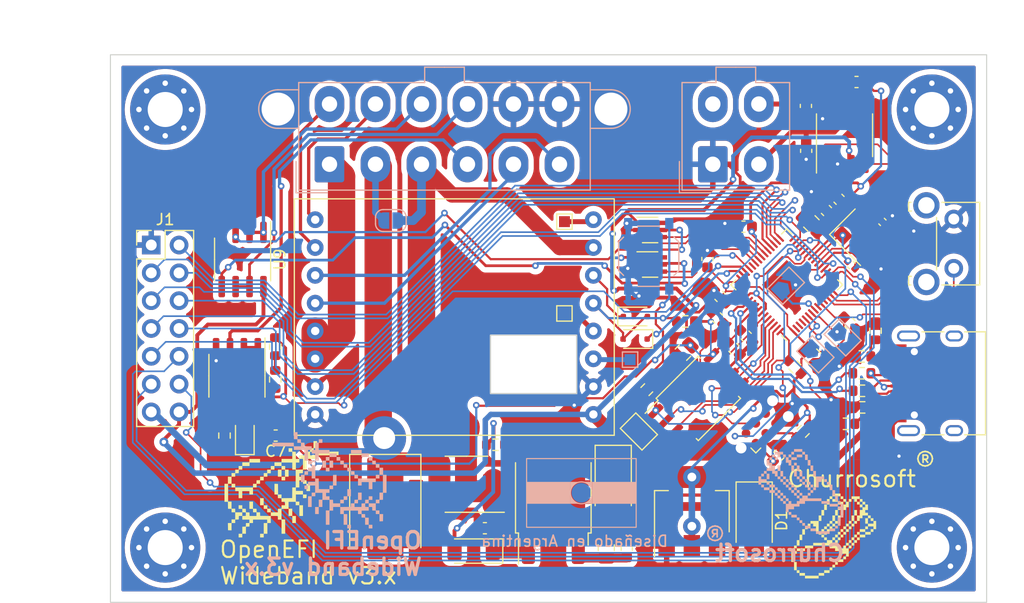
<source format=kicad_pcb>
(kicad_pcb (version 20240225) (generator "pcbnew") (generator_version "8.99")
  (layers (0 "F.Cu" signal) (31 "B.Cu" signal) (34 "B.Paste" user) (35 "F.Paste" user) (36 "B.SilkS" user "B.Silkscreen") (37 "F.SilkS" user "F.Silkscreen") (38 "B.Mask" user) (39 "F.Mask" user) (44 "Edge.Cuts" user))
  (net 0 "")
  (net 1 "/CAN+")
  (net 2 "GND")
  (net 3 "/CAN-")
  (net 4 "Net-(D11-A)")
  (net 5 "+5V")
  (net 6 "+3V3")
  (net 7 "+1V1")
  (net 8 "Net-(U1-XIN)")
  (net 9 "Net-(U1-XOUT)")
  (net 10 "+12VA")
  (net 11 "/MCU/WBO_TX")
  (net 12 "/MCU/WBO_RX")
  (net 13 "Net-(D6-K)")
  (net 14 "/MCU/GPIO21")
  (net 15 "/MCU/USB-")
  (net 16 "/MCU/USB+")
  (net 17 "/MCU/GPIO14")
  (net 18 "/DAC_SDA_2")
  (net 19 "/DAC_SDA_1")
  (net 21 "VBUS")
  (net 23 "/MCU/USB_DN")
  (net 28 "Net-(J2-CC2)")
  (net 29 "Net-(J2-CC1)")
  (net 31 "/MCU/USB_DP")
  (net 32 "/MCU/SYS_SWO")
  (net 33 "/MCU/NRST")
  (net 34 "/MCU/SYS_SWCLK")
  (net 35 "/MCU/SYS_SWDIO")
  (net 36 "/LAMBDA_OUT")
  (net 37 "/LSU_un")
  (net 38 "/LSU_ip")
  (net 39 "/HEATER-")
  (net 40 "/TEMP_OUT")
  (net 41 "/LSU_vm")
  (net 42 "/LSU_rtrim")
  (net 43 "+12V")
  (net 44 "/MCU/CF_CONF0")
  (net 45 "/MCU/CF_CONF1")
  (net 46 "/MCU/CF_CONF2")
  (net 47 "/MCU/FORCE_BOOTLOADER")
  (net 48 "/DAC_CLK_2")
  (net 49 "/DAC_CLK_1")
  (net 50 "Net-(U1-QSPI_SS)")
  (net 51 "/MCU/BTN_YES")
  (net 52 "Net-(U3-SEL_1)")
  (net 53 "Net-(U3-SEL_2)")
  (net 54 "Net-(U3-Boot0)")
  (net 55 "/m_narrow")
  (net 56 "/NARROW")
  (net 57 "Net-(U1-QSPI_SD2)")
  (net 58 "Net-(U10B--)")
  (net 60 "/MCU/GPIO19")
  (net 62 "/MCU/GPIO20")
  (net 63 "Net-(U1-QSPI_SD0)")
  (net 65 "Net-(U1-QSPI_SD3)")
  (net 66 "/MCU/GPIO16")
  (net 67 "Net-(U1-QSPI_SD1)")
  (net 68 "Net-(U1-QSPI_SCLK)")
  (net 69 "/CAN_RX")
  (net 70 "/CAN_TX")
  (net 73 "/m_LAMBDA_OUT")
  (net 74 "/m_TEMP_OUT")
  (net 76 "Net-(D2-A)")
  (net 77 "/MCU/GPIO18")
  (net 78 "/MCU/GPIO17")
  (net 79 "/MCU/GPIO15")
  (net 80 "Net-(R7-Pad2)")
  (net 81 "/MCU/GPIO13")
  (net 82 "/MCU/GPIO11")
  (net 83 "/MCU/GPIO12")
  (footprint "MountingHole:MountingHole_3.2mm_M3_Pad_Via" (layer "F.Cu") (at 82.6224 110.1256)
    (property "Reference" "H3" (hide yes))
    (property "Value" "MountingHole")
  )
  (footprint "Diode_SMD:D_SMC" (layer "F.Cu") (at 102.7176 106.5276 -90)
    (property "Reference" "D10" (hide yes))
    (property "Value" "SMCJ24CA")
  )
  (footprint "Package_SO:SOIC-8_5.23x5.23mm_P1.27mm" (layer "F.Cu") (at 131.2974 96.5006 45)
    (property "Reference" "U2" (hide yes))
    (property "Value" "W25Q128JVS")
  )
  (footprint "MountingHole:MountingHole_3.2mm_M3_Pad_Via" (layer "F.Cu") (at 152.6224 70.1256)
    (property "Reference" "H1" (hide yes))
    (property "Value" "MountingHole")
  )
  (footprint "Button_Switch_THT:SW_SPST_Omron_B3F-315x_Angled" (layer "F.Cu") (at 154.6224 80.1256 -90)
    (property "Reference" "SW3" (hide yes))
    (property "Value" "Key1")
  )
  (footprint "Package_TO_SOT_SMD:SOT-223-3_TabPin2" (layer "F.Cu") (at 130.7084 106.8324 90)
    (property "Reference" "U8" (hide yes))
    (property "Value" "AMS1117-3.3")
  )
  (footprint "TestPoint:TestPoint_Pad_1.0x1.0mm" (layer "F.Cu") (at 119.0752 88.7476)
    (property "Reference" "TP4" (hide yes))
    (property "Value" "TestPoint_Alt")
  )
  (footprint "Resistor_SMD:R_0603_1608Metric" (layer "F.Cu") (at 146.2224 92.6756 180)
    (property "Reference" "R12" (hide yes))
    (property "Value" "10k")
  )
  (footprint "Capacitor_SMD:C_0603_1608Metric" (layer "F.Cu") (at 141.1224 69.7992 90)
    (property "Reference" "C1" (hide yes))
    (property "Value" "47p")
  )
  (footprint "LOGO" (layer "F.Cu") (at 93.2434 104.946258)
    (property "Reference" "G***" (hide yes))
    (property "Value" "LOGO" (hide yes))
  )
  (footprint "MountingHole:MountingHole_3.2mm_M3_Pad_Via" (layer "F.Cu") (at 152.6224 110.1256)
    (property "Reference" "H4" (hide yes))
    (property "Value" "MountingHole")
  )
  (footprint "Resistor_SMD:R_0603_1608Metric" (layer "F.Cu") (at 144.7724 98.8256 180)
    (property "Reference" "R10" (hide yes))
    (property "Value" "10k")
  )
  (footprint "Capacitor_SMD:C_0603_1608Metric" (layer "F.Cu") (at 144.1474 78.3256 135)
    (property "Reference" "C18" (hide yes))
    (property "Value" "100nF")
  )
  (footprint "Capacitor_SMD:C_0805_2012Metric" (layer "F.Cu") (at 141.6224 80.5256 -45)
    (property "Reference" "C10" (hide yes))
    (property "Value" "2.2uF")
  )
  (footprint "Diode_SMD:D_MiniMELF" (layer "F.Cu") (at 110.788351 110.444273 180)
    (property "Reference" "D11" (hide yes))
    (property "Value" "BZV55B20")
  )
  (footprint "Capacitor_SMD:C_0603_1608Metric" (layer "F.Cu") (at 135.6724 90.8256 -45)
    (property "Reference" "C19" (hide yes))
    (property "Value" "100nF")
  )
  (footprint "Diode_SMD:D_SMA" (layer "F.Cu") (at 136.398 107.6452 -90)
    (property "Reference" "D1")
    (property "Value" "B120-E3")
  )
  (footprint "Resistor_SMD:R_0603_1608Metric" (layer "F.Cu") (at 112.776 100.7364)
    (property "Reference" "R20" (hide yes))
    (property "Value" "10k")
  )
  (footprint "Crystal:Crystal_SMD_3225-4Pin_3.2x2.5mm" (layer "F.Cu") (at 145.864013 81.788838 -45)
    (property "Reference" "Y1" (hide yes))
    (property "Value" "12MHz")
  )
  (footprint "Package_TO_SOT_SMD:Texas_R-PDSO-G6" (layer "F.Cu") (at 126.8984 81.1276)
    (property "Reference" "U5" (hide yes))
    (property "Value" "TPL0401A-10-Q1")
  )
  (footprint "Capacitor_SMD:C_0805_2012Metric" (layer "F.Cu") (at 129.8974 92.3256 45)
    (property "Reference" "C24" (hide yes))
    (property "Value" "2.2uF")
  )
  (footprint "Resistor_SMD:R_0603_1608Metric" (layer "F.Cu") (at 146.2724 97.3256 180)
    (property "Reference" "R11" (hide yes))
    (property "Value" "10k")
  )
  (footprint "Capacitor_SMD:C_0603_1608Metric" (layer "F.Cu") (at 135.4224 80.8256)
    (property "Reference" "C23" (hide yes))
    (property "Value" "100nF")
  )
  (footprint "Capacitor_SMD:C_0603_1608Metric" (layer "F.Cu") (at 145.1356 89.662 -45)
    (property "Reference" "C14" (hide yes))
    (property "Value" "100nF")
  )
  (footprint "Diode_SMD:D_SOD-323F" (layer "F.Cu") (at 125.5268 91.0844 180)
    (property "Reference" "D5" (hide yes))
    (property "Value" "1N5819WS")
  )
  (footprint "TestPoint:TestPoint_Pad_1.0x1.0mm" (layer "F.Cu") (at 119.0752 80.3656)
    (property "Reference" "TP5" (hide yes))
    (property "Value" "TestPoint_Alt")
  )
  (footprint "Connector_PinHeader_2.54mm:PinHeader_2x07_P2.54mm_Vertical" (layer "F.Cu") (at 81.3474 82.5006)
    (property "Reference" "J1")
    (property "Value" "Conn_01x14")
  )
  (footprint "Jumper:SolderJumper-2_P1.3mm_Open_TrianglePad1.0x1.5mm" (layer "F.Cu") (at 125.8724 99.5256 135)
    (property "Reference" "JP4" (hide yes))
    (property "Value" "BOOTSEL")
  )
  (footprint "Capacitor_SMD:C_0603_1608Metric" (layer "F.Cu") (at 124.7648 110.236 90)
    (property "Reference" "C29" (hide yes))
    (property "Value" "1u")
  )
  (footprint "Capacitor_SMD:C_0603_1608Metric" (layer "F.Cu") (at 133.0452 89.154 -45)
    (property "Reference" "C17" (hide yes))
    (property "Value" "100nF")
  )
  (footprint "OpenEFI_LIB:RusEFI_WBO" (layer "F.Cu") (at 109.7788 88.1888 180)
    (property "Reference" "U3" (hide yes))
    (property "Value" "~")
    (fp_poly (pts (xy -10.414 -7.874) (xy -2.54 -7.874) (xy -2.54 -2.54) (xy -10.414 -2.54)) (stroke (width 0.12)) (fill none) (layer "Edge.Cuts"))
  )
  (footprint "Capacitor_SMD:C_0603_1608Metric" (layer "F.Cu") (at 92.71 99.8982 180)
    (property "Reference" "C7")
    (property "Value" "100nF")
  )
  (footprint "Capacitor_SMD:C_0603_1608Metric" (layer "F.Cu") (at 134.5474 91.9506 -45)
    (property "Reference" "C11" (hide yes))
    (property "Value" "100nF")
  )
  (footprint "Resistor_SMD:R_0603_1608Metric" (layer "F.Cu") (at 126.5936 95.7072 -135)
    (property "Reference" "R6" (hide yes))
    (property "Value" "1k")
  )
  (footprint "Resistor_SMD:R_0603_1608Metric" (layer "F.Cu") (at 140.1224 93.6256 -45)
    (property "Reference" "R5" (hide yes))
    (property "Value" "10k")
  )
  (footprint "Capacitor_SMD:C_0402_1005Metric" (layer "F.Cu") (at 148.1074 80.391 -45)
    (property "Reference" "C15" (hide yes))
    (property "Value" "30pF")
  )
  (footprint "Capacitor_SMD:C_0603_1608Metric" (layer "F.Cu") (at 111.8108 108.3564 180)
    (property "Reference" "C28" (hide yes))
    (property "Value" "1u")
  )
  (footprint "Package_TO_SOT_SMD:Texas_R-PDSO-G6" (layer "F.Cu") (at 126.8984 84.2772)
    (property "Reference" "U6" (hide yes))
    (property "Value" "TPL0401A-10-Q1")
  )
  (footprint "Capacitor_SMD:C_0603_1608Metric" (layer "F.Cu") (at 132.1308 83.7692 90)
    (property "Reference" "C13" (hide yes))
    (property "Value" "100nF")
  )
  (footprint "Resistor_SMD:R_0603_1608Metric" (layer "F.Cu") (at 147.4724 90.3256 90)
    (property "Reference" "R13" (hide yes))
    (property "Value" "10k")
  )
  (footprint "Connector_USB:USB_C_Receptacle_HRO_TYPE-C-31-M-12" (layer "F.Cu") (at 153.6224 95.1256 90)
    (property "Reference" "J2" (hide yes))
    (property "Value" "USB_C_Receptacle_USB2.0")
  )
  (footprint "Capacitor_SMD:C_0402_1005Metric" (layer "F.Cu") (at 145.2724 84.3256 135)
    (property "Reference" "C16" (hide yes))
    (property "Value" "30pF")
  )
  (footprint "Resistor_SMD:R_0603_1608Metric" (layer "F.Cu") (at 92.6724 91.7756 90)
    (property "Reference" "R8" (hide yes))
    (property "Value" "30k")
  )
  (footprint "MountingHole:MountingHole_3.2mm_M3_Pad_Via" (layer "F.Cu") (at 82.6224 70.1256)
    (property "Reference" "H2" (hide yes))
    (property "Value" "MountingHole")
  )
  (footprint "Resistor_SMD:R_0603_1608Metric" (layer "F.Cu") (at 146.2278 94.2086 180)
    (property "Reference" "R4" (hide yes))
    (property "Value" "27R")
  )
  (footprint "Resistor_SMD:R_0603_1608Metric" (layer "F.Cu") (at 88.0364 99.8982 -90)
    (property "Reference" "R18" (hide yes))
    (property "Value" "15k")
  )
  (footprint "Capacitor_SMD:C_0603_1608Metric" (layer "F.Cu") (at 141.1474 73.9006 -90)
    (property "Reference" "C2" (hide yes))
    (property "Value" "47p")
  )
  (footprint "Package_SO:SOIC-8_3.9x4.9mm_P1.27mm" (layer "F.Cu") (at 110.1344 104.3432 180)
    (property "Reference" "Q6" (hide yes))
    (property "Value" "MCQ9435-TP")
  )
  (footprint "Connector:Tag-Connect_TC2030-IDC-NL_2x03_P1.27mm_Vertical" (layer "F.Cu") (at 136.999413 99.236962 45)
    (property "Reference" "J3" (hide yes))
    (property "Value" "Tag connect")
  )
  (footprint "Package_SO:SOP-8_3.9x4.9mm_P1.27mm" (layer "F.Cu") (at 144.6474 72.4756 90)
    (property "Reference" "U4" (hide yes))
    (property "Value" "TJA1051T-3")
  )
  (footprint "Package_DFN_QFN:QFN-56-1EP_7x7mm_P0.4mm_EP3.2x3.2mm" (layer "F.Cu") (at 139.3698 86.1314 135)
    (property "Reference" "U1" (hide yes))
    (property "Value" "RP2040")
  )
  (footprint "Capacitor_SMD:C_0603_1608Metric" (layer "F.Cu") (at 145.7452 67.6148 180)
    (property "Reference" "C12" (hide yes))
    (property "Value" "100nF")
  )
  (footprint "Package_SO:SOIC-8_3.9x4.9mm_P1.27mm" (layer "F.Cu") (at 89.1724 94.4372 -90)
    (property "Reference" "U10" (hide yes))
    (property "Value" "LMV358")
  )
  (footprint "Resistor_SMD:R_0603_1608Metric" (layer "F.Cu") (at 92.6724 94.7756 90)
    (property "Reference" "R7" (hide yes))
    (property "Value" "3k")
  )
  (footprint "Diode_SMD:D_SOD-323F" (layer "F.Cu") (at 125.5522 89.027)
    (property "Reference" "D6" (hide yes))
    (property "Value" "1N5819WS")
  )
  (footprint "Resistor_SMD:R_0603_1608Metric" (layer "F.Cu") (at 146.2532 95.8088)
    (property "Reference" "R3" (hide yes))
    (property "Value" "27R")
  )
  (footprint "Diode_SMD:D_SOD-323F" (layer "F.Cu") (at 89.8906 100.0252 90)
    (property "Reference" "D7" (hide yes))
    (property "Value" "1N5819WS")
  )
  (footprint "Diode_SMD:D_SMA" (layer "F.Cu") (at 123.52969 104.29899 -90)
    (property "Reference" "D2" (hide yes))
    (property "Value" "B120-E3")
  )
  (footprint "Capacitor_SMD:C_0603_1608Metric" (layer "F.Cu") (at 133.2738 87.1982 135)
    (property "Reference" "C21" (hide yes))
    (property "Value" "100nF")
  )
  (footprint "Package_SO:SOIC-8_3.9x4.9mm_P1.27mm" (layer "F.Cu") (at 89.6874 83.82 -90)
    (property "Reference" "U9")
    (property "Value" "LMV358")
  )
  (footprint "Package_TO_SOT_SMD:TO-252-2" (layer "F.Cu") (at 118.0592 105.484399 90)
    (property "Reference" "U11" (hide yes))
    (property "Value" "LM78M05_TO252")
  )
  (footprint "Capacitor_SMD:C_0603_1608Metric" (layer "F.Cu") (at 142.9974 79.3506 135)
    (property "Reference" "C22" (hide yes))
    (property "Value" "100nF")
  )
  (footprint "LOGO" (layer "F.Cu") (at 143.7874 108.9426)
    (property "Reference" "G***" (hide yes))
    (property "Value" "LOGO" (hide yes))
  )
  (footprint "Resistor_SMD:R_0603_1608Metric" (layer "F.Cu") (at 140.885613 99.516362 -135)
    (property "Reference" "R19" (hide yes))
    (property "Value" "10k")
  )
  (footprint "Capacitor_SMD:C_0805_2012Metric" (layer "F.Cu") (at 141.7724 92.7006 135)
    (property "Reference" "C9" (hide yes))
    (property "Value" "2.2uF")
  )
  (footprint "Capacitor_SMD:C_0805_2012Metric" (layer "F.Cu") (at 122.8954 110.1344 90)
    (property "Reference" "C30" (hide yes))
    (property "Value" "22u")
  )
  (footprint "Capacitor_SMD:C_0603_1608Metric" (layer "F.Cu") (at 138.650413 101.675362 45)
    (property "Reference" "C20" (hide yes))
    (property "Value" "100nF")
  )
  (footprint "Resistor_SMD:R_0603_1608Metric" (layer "F.Cu") (at 130.1224 89.4756)
    (property "Reference" "R9" (hide yes))
    (property "Value" "3k")
  )
  (footprint "TestPoint:TestPoint_Pad_1.0x1.0mm" (layer "B.Cu") (at 125.0696 92.964 180)
    (property "Reference" "TP3" (hide yes))
    (property "Value" "TestPoint_Alt")
  )
  (footprint "Jumper:SolderJumper-2_P1.3mm_Open_TrianglePad1.0x1.5mm" (layer "B.Cu") (at 144.4752 90.932 -45)
    (property "Reference" "JP2" (hide yes))
    (property "Value" "CF_CONF1")
  )
  (footprint "Button_Switch_SMD:SW_Push_1P1T_XKB_TS-1187A" (layer "B.Cu") (at 126.7724 83.5256 -90)
    (property "Reference" "SW1" (hide yes))
    (property "Value" "Key0")
  )
  (footprint "Connector_Molex:Molex_Mini-Fit_Jr_5566-12A2_2x06_P4.20mm_Vertical" (layer "B.Cu") (at 97.6224 75.1256)
    (property "Reference" "J5" (hide yes))
    (property "Value" "Conn_01x12")
  )
  (footprint "LOGO" (layer "B.Cu") (at 97.6224 104.1256 180)
    (property "Reference" "G***" (hide yes))
    (property "Value" "LOGO" (hide yes))
  )
  (footprint "Jumper:SolderJumper-2_P1.3mm_Open_RoundedPad1.0x1.5mm" (layer "B.Cu") (at 103.2256 80.264)
    (property "Reference" "JP5" (hide yes))
    (property "Value" "Jumper_NO_Small")
  )
  (footprint "LOGO" (layer "B.Cu") (at 140.5402 104.8786 180)
    (property "Reference" "G***" (hide yes))
    (property "Value" "LOGO" (hide yes))
  )
  (footprint "LOGO" (layer "B.Cu") (at 120.6224 105.1256 180)
    (property "Reference" "G***" (hide yes))
    (property "Value" "LOGO" (hide yes))
  )
  (footprint "Jumper:SolderJumper-2_P1.3mm_Open_TrianglePad1.0x1.5mm" (layer "B.Cu") (at 141.990371 92.477029 -45)
    (property "Reference" "JP1" (hide yes))
    (property "Value" "CF_CONF0")
  )
  (footprint "Jumper:SolderJumper-2_P1.3mm_Open_TrianglePad1.0x1.5mm" (layer "B.Cu") (at 139.2936 86.2076 45)
    (property "Reference" "JP3" (hide yes))
    (property "Value" "CF_CONF2")
  )
  (footprint "Connector_Molex:Molex_Mini-Fit_Jr_5566-04A_2x02_P4.20mm_Vertical" (layer "B.Cu") (at 132.6224 75.1256)
    (property "Reference" "J4" (hide yes))
    (property "Value" "FT_CAN")
  )
  (gr_rect (start 77.6224 65.1256) (end 157.6224 115.1256) (stroke (width 0.1)) (fill none) (layer "Edge.Cuts"))
  (gr_text "®" (at 133.7818 109.4232 -0) (layer "B.SilkS") (effects (font (size 1 1)) (justify left bottom mirror)))
  (gr_text "Diseñado en Argentina" (at 128.6224 110.1256 0) (layer "B.SilkS") (effects (font (size 1 1)) (justify left bottom mirror)))
  (gr_text "OpenEFI\nWideband v3.x" (at 106.2228 112.776 0) (layer "B.SilkS") (effects (font (size 1.5 1.5) (thickness 0.3)) (justify left bottom mirror)))
  (gr_text "Churrosoft" (at 144.78 111.506 0) (layer "B.SilkS") (effects (font (size 1.5 1.5) (thickness 0.3)) (justify left bottom mirror)))
  (gr_text "Churrosoft" (at 139.319 104.7242 0) (layer "F.SilkS") (effects (font (size 1.5 1.5) (thickness 0.2)) (justify left bottom)))
  (gr_text "®" (at 151.0538 102.616 0) (layer "F.SilkS") (effects (font (size 1 1)) (justify left bottom)))
  (gr_text "OpenEFI\nWideband v3.x" (at 87.4776 113.5888 0) (layer "F.SilkS") (effects (font (size 1.5 1.5) (thickness 0.2)) (justify left bottom)))
  (segment (start 144.0124 69.8506) (end 144.0124 68.8792) (width 0.45) (layer "F.Cu") (net 1))
  (segment (start 144.0124 68.8792) (end 143.6588 68.5256) (width 0.45) (layer "F.Cu") (net 1))
  (segment (start 137.1288 69.3192) (end 136.8224 69.6256) (width 0.45) (layer "F.Cu") (net 1))
  (segment (start 143.6588 68.5256) (end 141.621 68.5256) (width 0.45) (layer "F.Cu") (net 1))
  (segment (start 141.621 68.5256) (end 141.1224 69.0242) (width 0.45) (layer "F.Cu") (net 1))
  (segment (start 140.521 69.6256) (end 136.8224 69.6256) (width 0.45) (layer "F.Cu") (net 1))
  (segment (start 141.1224 69.0242) (end 140.521 69.6256) (width 0.45) (layer "F.Cu") (net 1))
  (segment (start 125.212208 84.2772) (end 124.858212 84.631196) (width 0.25) (layer "F.Cu") (net 2))
  (segment (start 142.318806 93.652406) (end 144.320194 93.652406) (width 0.15) (layer "F.Cu") (net 2))
  (segment (start 131.7724 94.5506) (end 131.9224 94.7006) (width 0.25) (layer "F.Cu") (net 2))
  (segment (start 135.1224 76.266716) (end 135.1224 80.3506) (width 0.25) (layer "F.Cu") (net 2))
  (segment (start 145.3642 92.6084) (end 145.4282 92.6084) (width 0.15) (layer "F.Cu") (net 2))
  (segment (start 126.0318 87.3006) (end 129.1474 87.3006) (width 0.35) (layer "F.Cu") (net 2))
  (segment (start 142.7424 69.8506) (end 141.5002 69.8506) (width 0.2) (layer "F.Cu") (net 2))
  (segment (start 144.320194 93.652406) (end 145.3642 92.6084) (width 0.15) (layer "F.Cu") (net 2))
  (segment (start 129.1474 87.3006) (end 130.4724 88.6256) (width 0.35) (layer "F.Cu") (net 2))
  (segment (start 149.0674 98.8856) (end 149.5774 98.3756) (width 0.35) (layer "F.Cu") (net 2))
  (segment (start 145.998086 83.2104) (end 146.04079 83.167696) (width 0.2) (layer "F.Cu") (net 2))
  (segment (start 125.8824 87.1512) (end 126.0318 87.3006) (width 0.35) (layer "F.Cu") (net 2))
  (segment (start 133.7224 80.5256) (end 134.3474 80.5256) (width 0.2) (layer "F.Cu") (net 2))
  (segment (start 143.565999 76.3174) (end 144.0124 75.870999) (width 0.25) (layer "F.Cu") (net 2))
  (segment (start 130.4724 88.6256) (end 130.474912 88.628112) (width 0.25) (layer "F.Cu") (net 2))
  (segment (start 132.725792 87.251234) (end 132.725792 86.650192) (width 0.25) (layer "F.Cu") (net 2))
  (segment (start 133.593208 90.104792) (end 133.593208 89.702008) (width 0.15) (layer "F.Cu") (net 2))
  (segment (start 131.7724 94.5506) (end 131.4724 94.2506) (width 0.15) (layer "F.Cu") (net 2))
  (segment (start 142.000608 93.334208) (end 142.318806 93.652406) (width 0.15) (layer "F.Cu") (net 2))
  (segment (start 141.774392 77.777592) (end 143.599392 77.777592) (width 0.25) (layer "F.Cu") (net 2))
  (segment (start 140.740876 84.760324) (end 139.3698 86.1314) (width 0.15) (layer "F.Cu") (net 2))
  (segment (start 145.4282 97.3582) (end 144.155 97.3582) (width 0.25) (layer "F.Cu") (net 2))
  (segment (start 130.4724 88.6256) (end 130.2224 88.8756) (width 0.25) (layer "F.Cu") (net 2))
  (segment (start 130.2224 90.3444) (end 130.387708 90.509708) (width 0.25) (layer "F.Cu") (net 2))
  (segment (start 130.474912 88.628112) (end 131.351594 88.628112) (width 0.25) (layer "F.Cu") (net 2))
  (segment (start 125.0984 81.1276) (end 124.7648 80.794) (width 0.25) (layer "F.Cu") (net 2))
  (segment (start 146.04079 83.80381) (end 146.04079 83.167696) (width 0.15) (layer "F.Cu") (net 2))
  (segment (start 132.6224 75.1256) (end 133.981284 75.1256) (width 0.25) (layer "F.Cu") (net 2))
  (segment (start 131.71771 88.261996) (end 131.71771 88.259316) (width 0.25) (layer "F.Cu") (net 2))
  (segment (start 153.5224 81.2256) (end 150.9724 81.2256) (width 0.25) (layer "F.Cu") (net 2))
  (segment (start 142.0142 76.3174) (end 143.565999 76.3174) (width 0.25) (layer "F.Cu") (net 2))
  (segment (start 141.5002 69.8506) (end 141.0716 70.2792) (width 0.2) (layer "F.Cu") (net 2))
  (segment (start 131.9224 94.7006) (end 133.097859 94.7006) (width 0.25) (layer "F.Cu") (net 2))
  (segment (start 149.0674 101.2206) (end 149.0674 98.8856) (width 0.35) (layer "F.Cu") (net 2))
  (segment (start 141.6224 77.6256) (end 141.774392 77.777592) (width 0.25) (layer "F.Cu") (net 2))
  (segment (start 142.507586 84.407827) (end 142.155089 84.760324) (width 0.15) (layer "F.Cu") (net 2))
  (segment (start 135.1224 80.3506) (end 134.6474 80.8256) (width 0.25) (layer "F.Cu") (net 2))
  (segment (start 131.4724 94.2506) (end 131.4724 92.2256) (width 0.15) (layer "F.Cu") (net 2))
  (segment (start 125.7984 84.2772) (end 125.212208 84.2772) (width 0.25) (layer "F.Cu") (net 2))
  (segment (start 124.488201 109.184401) (end 124.7648 109.461) (width 0.35) (layer "F.Cu") (net 2))
  (segment (start 135.095408 92.498608) (end 136.220408 91.373608) (width 0.25) (layer "F.Cu") (net 2))
  (segment (start 147.993978 79.8256) (end 147.767989 80.051589) (width 0.25) (layer "F.Cu") (net 2))
  (segment (start 130.2224 88.8756) (end 130.2224 90.3444) (width 0.25) (layer "F.Cu") (net 2))
  (segment (start 149.0224 79.8256) (end 147.993978 79.8256) (width 0.25) (layer "F.Cu") (net 2))
  (segment (start 135.095408 92.703051) (end 135.095408 92.498608) (width 0.25) (layer "F.Cu") (net 2))
  (segment (start 142.507586 84.407827) (end 143.705013 83.2104) (width 0.2) (layer "F.Cu") (net 2))
  (segment (start 133.097859 94.7006) (end 135.095408 92.703051) (width 0.25) (layer "F.Cu") (net 2))
  (segment (start 89.8074 91.9622) (end 91.0774 91.9622) (width 0.25) (layer "F.Cu") (net 2))
  (segment (start 141.1474 74.6756) (end 141.1474 75.4506) (width 0.25) (layer "F.Cu") (net 2))
  (segment (start 146.04079 83.167696) (end 146.464496 83.167696) (width 0.35) (layer "F.Cu") (net 2))
  (segment (start 145.611811 84.232789) (end 146.04079 83.80381) (width 0.15) (layer "F.Cu") (net 2))
  (segment (start 149.6224 101.7756) (end 149.0674 101.2206) (width 0.35) (layer "F.Cu") (net 2))
  (segment (start 142.7424 69.8506) (end 142.6464 69.9466) (width 0.2) (layer "F.Cu") (net 2))
  (segment (start 143.4224 95.9256) (end 142.4724 94.9756) (width 0.25) (layer "F.Cu") (net 2))
  (segment (start 142.155089 84.760324) (end 140.740876 84.760324) (width 0.15) (layer "F.Cu") (net 2))
  (segment (start 143.705013 83.2104) (end 145.998086 83.2104) (width 0.2) (layer "F.Cu") (net 2))
  (segment (start 142.6464 69.9466) (end 142.6464 70.9676) (width 0.2) (layer "F.Cu") (net 2))
  (segment (start 143.4224 96.6256) (end 143.4224 95.9256) (width 0.25) (layer "F.Cu") (net 2))
  (segment (start 130.387708 90.509708) (end 131.206508 90.509708) (width 0.25) (layer "F.Cu") (net 2))
  (segment (start 154.6224 80.1256) (end 153.5224 81.2256) (width 0.25) (layer "F.Cu") (net 2))
  (segment (start 134.3474 80.5256) (end 134.6474 80.8256) (width 0.2) (layer "F.Cu") (net 2))
  (segment (start 131.4724 92.2256) (end 132.1974 91.5006) (width 0.15) (layer "F.Cu") (net 2))
  (segment (start 144.0124 75.870999) (end 144.0124 75.1006) (width 0.25) (layer "F.Cu") (net 2))
  (segment (start 141.1474 75.4506) (end 142.0142 76.3174) (width 0.25) (layer "F.Cu") (net 2))
  (segment (start 131.71771 88.259316) (end 132.725792 87.251234) (width 0.25) (layer "F.Cu") (net 2))
  (segment (start 122.8954 109.184401) (end 124.488201 109.184401) (width 0.35) (layer "F.Cu") (net 2))
  (segment (start 144.155 97.3582) (end 143.4224 96.6256) (width 0.25) (layer "F.Cu") (net 2))
  (segment (start 145.611811 84.665011) (end 145.611811 84.232789) (width 0.15) (layer "F.Cu") (net 2))
  (segment (start 87.2674 93.0586) (end 87.2744 93.0656) (width 0.35) (layer "F.Cu") (net 2))
  (segment (start 132.1974 91.5006) (end 133.593208 90.104792) (width 0.15) (layer "F.Cu") (net 2))
  (segment (start 131.206508 90.509708) (end 132.1974 91.5006) (width 0.25) (layer "F.Cu") (net 2))
  (segment (start 133.981284 75.1256) (end 135.1224 76.266716) (width 0.25) (layer "F.Cu") (net 2))
  (segment (start 125.7984 81.1276) (end 125.0984 81.1276) (width 0.25) (layer "F.Cu") (net 2))
  (segment (start 146.464496 83.167696) (end 147.9804 84.6836) (width 0.35) (layer "F.Cu") (net 2))
  (segment (start 87.2674 91.9622) (end 87.2674 93.0586) (width 0.35) (layer "F.Cu") (net 2))
  (segment (start 124.7648 80.794) (end 124.7648 80.518) (width 0.25) (layer "F.Cu") (net 2))
  (segment (start 131.351594 88.628112) (end 131.71771 88.261996) (width 0.25) (layer "F.Cu") (net 2))
  (via (at 125.8824 87.1512) (size 0.6) (drill 0.3) (layers "F.Cu" "B.Cu") (net 2))
  (via (at 132.1308 82.9942) (size 0.6) (drill 0.3) (layers "F.Cu" "B.Cu") (net 2))
  (via (at 142.6464 70.9676) (size 0.6) (drill 0.3) (layers "F.Cu" "B.Cu") (net 2))
  (via (at 147.9804 84.6836) (size 0.6) (drill 0.3) (layers "F.Cu" "B.Cu") (net 2))
  (via (at 141.6224 77.6256) (size 0.6) (drill 0.3) (layers "F.Cu" "B.Cu") (net 2))
  (via (at 133.7224 80.5256) (size 0.6) (drill 0.3) (layers "F.Cu" "B.Cu") (net 2))
  (via (at 150.9724 81.2256) (size 0.6) (drill 0.3) (layers "F.Cu" "B.Cu") (net 2))
  (via (at 144.0124 75.1006) (size 0.6) (drill 0.3) (layers "F.Cu" "B.Cu") (net 2))
  (via (at 132.725792 86.650192) (size 0.6) (drill 0.3) (layers "F.Cu" "B.Cu") (net 2))
  (via (at 143.4224 96.6256) (size 0.6) (drill 0.3) (layers "F.Cu" "B.Cu") (net 2))
  (via (at 87.2744 93.0656) (size 0.6) (drill 0.3) (layers "F.Cu" "B.Cu") (net 2))
  (via (at 139.8724 96.9756) (size 0.6) (drill 0.3) (layers "F.Cu" "B.Cu") (net 2))
  (via (at 119.9724 97.1256) (size 0.6) (drill 0.3) (layers "F.Cu" "B.Cu") (net 2))
  (via (at 144.1704 93.5736) (size 0.6) (drill 0.3) (layers "F.Cu" "B.Cu") (net 2))
  (via (at 124.858212 84.631196) (size 0.6) (drill 0.3) (layers "F.Cu" "B.Cu") (net 2))
  (via (at 149.6224 101.7756) (size 0.6) (drill 0.3) (layers "F.Cu" "B.Cu") (net 2))
  (via (at 141.1474 74.6756) (size 0.6) (drill 0.3) (layers "F.Cu" "B.Cu") (net 2))
  (via (at 140.174332 86.138961) (size 0.6) (drill 0.3) (layers "F.Cu" "B.Cu") (net 2))
  (via (at 149.0224 79.8256) (size 0.6) (drill 0.3) (layers "F.Cu" "B.Cu") (net 2))
  (via (at 124.7648 80.518) (size 0.6) (drill 0.3) (layers "F.Cu" "B.Cu") (net 2))
  (segment (start 143.9578 75.1006) (end 144.0124 75.1006) (width 0.25) (layer "B.Cu") (net 2))
  (segment (start 121.6702 95.4278) (end 119.9724 97.1256) (width 0.25) (layer "B.Cu") (net 2))
  (segment (start 142.503023 92.989681) (end 143.586481 92.989681) (width 0.35) (layer "B.Cu") (net 2))
  (segment (start 125.523 87.1512) (end 124.8974 86.5256) (width 0.35) (layer "B.Cu") (net 2))
  (segment (start 124.9318 80.685) (end 124.7648 80.518) (width 0.35) (layer "B.Cu") (net 2))
  (segment (start 141.6224 77.436) (end 143.9578 75.1006) (width 0.25) (layer "B.Cu") (net 2))
  (segment (start 133.4948 80.5256) (end 133.7224 80.5256) (width 0.2) (layer "B.Cu") (net 2))
  (segment (start 132.1308 81.8896) (end 133.4948 80.5256) (width 0.2) (layer "B.Cu") (net 2))
  (segment (start 143.586481 92.989681) (end 144.1704 93.5736) (width 0.35) (layer "B.Cu") (net 2))
  (segment (start 143.442823 92.989681) (end 144.987852 91.444652) (width 0.35) (layer "B.Cu") (net 2))
  (segment (start 124.8974 86.5256) (end 124.9318 86.4912) (width 0.35) (layer "B.Cu") (net 2))
  (segment (start 125.8824 87.1512) (end 125.523 87.1512) (width 0.35) (layer "B.Cu") (net 2))
  (segment (start 132.1308 82.9942) (end 132.1308 81.8896) (width 0.2) (layer "B.Cu") (net 2))
  (segment (start 124.8974 86.5256) (end 124.8974 83.8256) (width 0.15) (layer "B.Cu") (net 2))
  (segment (start 150.9724 81.2256) (end 150.4224 81.2256) (width 0.25) (layer "B.Cu") (net 2))
  (segment (start 124.8974 83.8256) (end 124.8974 84.2178) (width 0.15) (layer "B.Cu") (net 2))
  (segment (start 141.6224 77.6256) (end 141.6224 77.436) (width 0.25) (layer "B.Cu") (net 2))
  (segment (start 124.9318 86.4912) (end 124.9318 80.685) (width 0.35) (layer "B.Cu") (net 2))
  (segment (start 150.4224 81.2256) (end 149.0224 79.8256) (width 0.25) (layer "B.Cu") (net 2))
  (segment (start 142.503023 92.989681) (end 143.442823 92.989681) (width 0.35) (layer "B.Cu") (net 2))
  (segment (start 140.2224 96.6256) (end 139.8724 96.9756) (width 0.25) (layer "B.Cu") (net 2))
  (segment (start 124.858212 84.631196) (end 124.858212 84.256988) (width 0.25) (layer "B.Cu") (net 2))
  (segment (start 121.7168 95.4278) (end 121.6702 95.4278) (width 0.25) (layer "B.Cu") (net 2))
  (segment (start 124.8974 83.8256) (end 124.8974 80.5256) (width 0.15) (layer "B.Cu") (net 2))
  (segment (start 139.806252 85.694948) (end 139.806252 85.770881) (width 0.13) (layer "B.Cu") (net 2))
  (segment (start 124.858212 84.256988) (end 124.8974 84.2178) (width 0.25) (layer "B.Cu") (net 2))
  (segment (start 143.4224 96.6256) (end 140.2224 96.6256) (width 0.25) (layer "B.Cu") (net 2))
  (segment (start 139.806252 85.770881) (end 140.174332 86.138961) (width 0.13) (layer "B.Cu") (net 2))
  (segment (start 143.716599 72.1868) (end 145.2824 70.620999) (width 0.45) (layer "F.Cu") (net 3))
  (segment (start 139.761199 72.1868) (end 136.822399 75.1256) (width 0.45) (layer "F.Cu") (net 3))
  (segment (start 145.2824 70.620999) (end 145.2824 69.8506) (width 0.45) (layer "F.Cu") (net 3))
  (segment (start 141.0716 72.1868) (end 143.716599 72.1868) (width 0.45) (layer "F.Cu") (net 3))
  (segment (start 141.0716 72.1868) (end 139.761199 72.1868) (width 0.45) (layer "F.Cu") (net 3))
  (segment (start 141.1474 72.2626) (end 141.1474 73.1256) (width 0.45) (layer "F.Cu") (net 3))
  (segment (start 141.0716 72.1868) (end 141.1474 72.2626) (width 0.45) (layer "F.Cu") (net 3))
  (segment (start 111.951 100.7364) (end 111.951 101.7798) (width 0.4) (layer "F.Cu") (net 4))
  (segment (start 109.038351 110.444273) (end 109.038351 108.588849) (width 0.35) (layer "F.Cu") (net 4))
  (segment (start 112.5982 98.7806) (end 112.5982 100.0892) (width 0.35) (layer "F.Cu") (net 4))
  (segment (start 112.5982 100.0892) (end 111.951 100.7364) (width 0.35) (layer "F.Cu") (net 4))
  (segment (start 109.038351 108.588849) (end 109.2708 108.3564) (width 0.35) (layer "F.Cu") (net 4))
  (segment (start 111.951 101.7798) (end 112.6094 102.4382) (width 0.4) (layer "F.Cu") (net 4))
  (via (at 112.5982 98.7806) (size 0.6) (drill 0.3) (layers "F.Cu" "B.Cu") (net 4))
  (via (at 109.2708 108.3564) (size 0.6) (drill 0.3) (layers "F.Cu" "B.Cu") (net 4))
  (segment (start 112.5982 98.7806) (end 112.5728 98.806) (width 0.35) (layer "B.Cu") (net 4))
  (segment (start 112.5728 105.0544) (end 109.2708 108.3564) (width 0.35) (layer "B.Cu") (net 4))
  (segment (start 112.5728 98.806) (end 112.5728 105.0544) (width 0.35) (layer "B.Cu") (net 4))
  (segment (start 132.588 106.3752) (end 127.605901 106.3752) (width 0.8) (layer "F.Cu") (net 5))
  (segment (start 123.3424 102.111699) (end 123.3424 99.5934) (width 0.8) (layer "F.Cu") (net 5))
  (segment (start 85.5472 90.7288) (end 86.5124 89.7636) (width 0.35) (layer "F.Cu") (net 5))
  (segment (start 124.9752 79.6544) (end 125.7984 80.4776) (width 0.25) (layer "F.Cu") (net 5))
  (segment (start 129.3011 86.4767) (end 124.025927 86.4767) (width 0.35) (layer "F.Cu") (net 5))
  (segment (start 126.0856 104.902) (end 126.0856 104.854899) (width 1.2) (layer "F.Cu") (net 5))
  (segment (start 127.5588 106.3752) (end 127.605901 106.3752) (width 1.2) (layer "F.Cu") (net 5))
  (segment (start 131.84001 79.2988) (end 131.917805 79.221005) (width 0.35) (layer "F.Cu") (net 5))
  (segment (start 126.0856 104.902) (end 127.5588 106.3752) (width 1.2) (layer "F.Cu") (net 5))
  (segment (start 127.9984 83.6272) (end 125.7984 83.6272) (width 0.25) (layer "F.Cu") (net 5))
  (segment (start 124.968 79.2988) (end 131.84001 79.2988) (width 0.35) (layer "F.Cu") (net 5))
  (segment (start 134.4724 76.66641) (end 131.917805 79.221005) (width 0.35) (layer "F.Cu") (net 5))
  (segment (start 123.52969 99.78069) (end 121.7168 97.9678) (width 1.2) (layer "F.Cu") (net 5))
  (segment (start 127.605901 106.3752) (end 123.3424 102.111699) (width 0.8) (layer "F.Cu") (net 5))
  (segment (start 124.6124 79.6544) (end 124.968 79.2988) (width 0.35) (layer "F.Cu") (net 5))
  (segment (start 83.8874 98.891) (end 83.8874 97.7406) (width 0.35) (layer "F.Cu") (net 5))
  (segment (start 123.52969 102.298989) (end 123.52969 99.78069) (width 1.2) (layer "F.Cu") (net 5))
  (segment (start 86.5124 89.7636) (end 90.900738 89.7636) (width 0.35) (layer "F.Cu") (net 5))
  (segment (start 134.158801 105.645199) (end 133.0084 106.7956) (width 0.7) (layer "F.Cu") (net 5))
  (segment (start 131.09271 88.003112) (end 130.827512 88.003112) (width 0.35) (layer "F.Cu") (net 5))
  (segment (start 123.3424 99.5934) (end 121.7168 97.9678) (width 0.8) (layer "F.Cu") (net 5))
  (segment (start 85.5472 97.1296) (end 85.5472 90.7288) (width 0.35) (layer "F.Cu") (net 5))
  (segment (start 83.8874 97.7406) (end 84.9362 97.7406) (width 0.35) (layer "F.Cu") (net 5))
  (segment (start 123.4724 80.7944) (end 124.6124 79.6544) (width 0.35) (layer "F.Cu") (net 5))
  (segment (start 125.7984 80.4776) (end 127.9984 80.4776) (width 0.25) (layer "F.Cu") (net 5))
  (segment (start 125.7984 83.6272) (end 124.2972 83.6272) (width 0.25) (layer "F.Cu") (net 5))
  (segment (start 130.827512 88.003112) (end 129.3011 86.4767) (width 0.35) (layer "F.Cu") (net 5))
  (segment (start 136.398 105.645199) (end 134.158801 105.645199) (width 0.7) (layer "F.Cu") (net 5))
  (segment (start 145.0724 73.8794) (end 145.0724 74.8906) (width 0.35) (layer "F.Cu") (net 5))
  (segment (start 145.0724 74.8906) (end 145.2824 75.1006) (width 0.35) (layer "F.Cu") (net 5))
  (segment (start 91.5924 89.071938) (end 91.5924 86.295) (width 0.35) (layer "F.Cu") (net 5))
  (segment (start 126.0856 104.854899) (end 123.52969 102.298989) (width 1.2) (layer "F.Cu") (net 5))
  (segment (start 124.2972 83.6272) (end 124.2568 83.6676) (width 0.25) (layer "F.Cu") (net 5))
  (segment (start 82.4992 100.2792) (end 83.8874 98.891) (width 0.35) (layer "F.Cu") (net 5))
  (segment (start 124.6124 79.6544) (end 124.9752 79.6544) (width 0.25) (layer "F.Cu") (net 5))
  (segment (start 133.0084 109.9824) (end 133.0084 106.7956) (width 0.8) (layer "F.Cu") (net 5))
  (segment (start 123.4724 81.4756) (end 123.4724 80.7944) (width 0.35) (layer "F.Cu") (net 5))
  (segment (start 134.4724 76.5006) (end 134.4724 76.66641) (width 0.35) (layer "F.Cu") (net 5))
  (segment (start 84.9362 97.7406) (end 85.5472 97.1296) (width 0.35) (layer "F.Cu") (net 5))
  (segment (start 82.4992 100.4824) (end 82.4992 100.2792) (width 0.35) (layer "F.Cu") (net 5))
  (segment (start 90.900738 89.7636) (end 91.5924 89.071938) (width 0.35) (layer "F.Cu") (net 5))
  (segment (start 133.0084 106.7956) (end 132.588 106.3752) (width 0.8) (layer "F.Cu") (net 5))
  (segment (start 123.833614 86.669013) (end 123.5724 86.669013) (width 0.35) (layer "F.Cu") (net 5))
  (segment (start 124.025927 86.4767) (end 123.833614 86.669013) (width 0.35) (layer "F.Cu") (net 5))
  (via (at 134.4724 76.5006) (size 0.6) (drill 0.3) (layers "F.Cu" "B.Cu") (net 5))
  (via (at 131.09271 88.003112) (size 0.6) (drill 0.3) (layers "F.Cu" "B.Cu") (net 5))
  (via (at 123.4724 81.4756) (size 0.6) (drill 0.3) (layers "F.Cu" "B.Cu") (net 5))
  (via (at 145.0724 73.8794) (size 0.6) (drill 0.3) (layers "F.Cu" "B.Cu") (net 5))
  (via (at 82.4992 100.4824) (size 0.8) (drill 0.4) (layers "F.Cu" "B.Cu") (net 5))
  (via (at 123.5724 86.669013) (size 0.6) (drill 0.3) (layers "F.Cu" "B.Cu") (net 5))
  (via (at 124.2568 83.6676) (size 0.6) (drill 0.3) (layers "F.Cu" "B.Cu") (net 5))
  (segment (start 144.6724 72.6756) (end 145.0724 73.0756) (width 0.35) (layer "B.Cu") (net 5))
  (segment (start 126.3224 93.3622) (end 121.7168 97.9678) (width 0.5) (layer "B.Cu") (net 5))
  (segment (start 112.350339 97.9678) (end 111.8482 98.469939) (width 0.5) (layer "B.Cu") (net 5))
  (segment (start 131.09271 88.1961) (end 126.3224 92.96641) (width 0.5) (layer "B.Cu") (net 5))
  (segment (start 123.5724 86.669013) (end 123.4224 86.519013) (width 0.35) (layer "B.Cu") (net 5))
  (segment (start 111.8482 98.469939) (end 111.8482 102.3246) (width 0.5) (layer "B.Cu") (net 5))
  (segment (start 85.2916 103.3256) (end 82.4484 100.4824) (width 0.5) (layer "B.Cu") (net 5))
  (segment (start 123.524 83.6676) (end 123.4224 83.566) (width 0.25) (layer "B.Cu") (net 5))
  (segment (start 111.8482 102.3246) (end 110.8472 103.3256) (width 0.5) (layer "B.Cu") (net 5))
  (segment (start 121.7168 97.9678) (end 112.350339 97.9678) (width 0.5) (layer "B.Cu") (net 5))
  (segment (start 134.4724 76.5006) (end 134.4724 74.3756) (width 0.35) (layer "B.Cu") (net 5))
  (segment (start 126.3224 92.96641) (end 126.3224 93.3622) (width 0.5) (layer "B.Cu") (net 5))
  (segment (start 123.4224 81.5256) (end 123.4724 81.4756) (width 0.35) (layer "B.Cu") (net 5))
  (segment (start 123.4224 86.519013) (end 123.4224 83.566) (width 0.35) (layer "B.Cu") (net 5))
  (segment (start 145.0724 73.0756) (end 145.0724 73.8794) (width 0.35) (layer "B.Cu") (net 5))
  (segment (start 131.09271 88.003112) (end 131.09271 88.1961) (width 0.5) (layer "B.Cu") (net 5))
  (segment (start 123.4224 83.566) (end 123.4224 81.5256) (width 0.35) (layer "B.Cu") (net 5))
  (segment (start 110.8472 103.3256) (end 85.2916 103.3256) (width 0.5) (layer "B.Cu") (net 5))
  (segment (start 124.2568 83.6676) (end 123.524 83.6676) (width 0.25) (layer "B.Cu") (net 5))
  (segment (start 134.4724 74.3756) (end 136.1724 72.6756) (width 0.35) (layer "B.Cu") (net 5))
  (segment (start 136.1724 72.6756) (end 144.6724 72.6756) (width 0.35) (layer "B.Cu") (net 5))
  (segment (start 127.348136 93.001336) (end 127.096664 93.001336) (width 0.2) (layer "F.Cu") (net 6))
  (segment (start 144.695408 78.570592) (end 144.695408 78.873608) (width 0.2) (layer "F.Cu") (net 6))
  (segment (start 133.81911 86.2256) (end 134.16911 85.8756) (width 0.15) (layer "F.Cu") (net 6))
  (segment (start 136.514856 88.137815) (end 136.797699 88.420658) (width 0.2) (layer "F.Cu") (net 6))
  (segment (start 122.5974 96.4898) (end 118.8582 96.4898) (width 0.2) (layer "F.Cu") (net 6))
  (segment (start 144.7292 78.9074) (end 144.7292 79.8322) (width 0.2) (layer "F.Cu") (net 6))
  (segment (start 141.100649 92.028849) (end 141.100649 91.539204) (width 0.2) (layer "F.Cu") (net 6))
  (segment (start 135.124392 89.673608) (end 135.124392 90.277592) (width 0.2) (layer "F.Cu") (net 6))
  (segment (start 139.3724 96.2756) (end 138.866601 96.2756) (width 0.25) (layer "F.Cu") (net 6))
  (segment (start 133.81911 86.723602) (end 132.497192 88.04552) (width 0.15) (layer "F.Cu") (net 6))
  (segment (start 144.7292 79.8322) (end 143.1544 81.407) (width 0.2) (layer "F.Cu") (net 6))
  (segment (start 141.468976 98.932999) (end 141.468976 98.042325) (width 0.2) (layer "F.Cu") (net 6))
  (segment (start 135.917255 86.330745) (end 136.8833 86.330745) (width 0.15) (layer "F.Cu") (net 6))
  (segment (start 135.124392 90.277592) (end 133.999392 91.402592) (width 0.15) (layer "F.Cu") (net 6))
  (segment (start 140.043847 95.604153) (end 139.3724 96.2756) (width 0.25) (layer "F.Cu") (net 6))
  (segment (start 147.9804 68.4276) (end 147.333 68.4276) (width 0.2) (layer "F.Cu") (net 6))
  (segment (start 132.44156 88.661624) (end 132.497192 88.605992) (width 0.15) (layer "F.Cu") (net 6))
  (segment (start 138.866601 96.2756) (end 138.439191 95.84819) (width 0.25) (layer "F.Cu") (net 6))
  (segment (start 94.387399 100.686599) (end 94.387399 100.6256) (width 0.2) (layer "F.Cu") (net 6))
  (segment (start 140.043847 96.097047) (end 141.241213 97.294413) (width 0.25) (layer "F.Cu") (net 6))
  (segment (start 118.1724 97.1756) (end 111.0724 97.1756) (width 0.2) (layer "F.Cu") (net 6))
  (segment (start 146.1314 77.1346) (end 145.8224 76.8256) (width 0.25) (layer "F.Cu") (net 6))
  (segment (start 132.334 88.4428) (end 132.497192 88.605992) (width 0.25) (layer "F.Cu") (net 6))
  (segment (start 139.4224 88.869845) (end 139.4224 89.860955) (width 0.15) (layer "F.Cu") (net 6))
  (segment (start 140.904592 92.238192) (end 141.100649 92.042135) (width 0.2) (layer "F.Cu") (net 6))
  (segment (start 132.44156 89.51764) (end 132.44156 88.661624) (width 0.15) (layer "F.Cu") (net 6))
  (segment (start 135.383486 87.006445) (end 135.31252 86.93548) (width 0.2) (layer "F.Cu") (net 6))
  (segment (start 143.1544 81.407) (end 143.1544 82.063957) (width 0.2) (layer "F.Cu") (net 6))
  (segment (start 139.4224 89.860955) (end 139.962002 90.400557) (width 0.15) (layer "F.Cu") (net 6))
  (segment (start 133.81911 86.2256) (end 133.81911 86.723602) (width 0.15) (layer "F.Cu") (net 6))
  (segment (start 130.7084 109.982399) (end 130.7084 108.1786) (width 0.6) (layer "F.Cu") (net 6))
  (segment (start 146.5202 67.6148) (end 146.5202 69.8184) (width 0.25) (layer "F.Cu") (net 6))
  (segment (start 144.695408 78.873608) (end 144.7292 78.9074) (width 0.2) (layer "F.Cu") (net 6))
  (segment (start 91.0774 96.9122) (end 91.3369 96.9122) (width 0.35) (layer "F.Cu") (net 6))
  (segment (start 96.1644 102.4636) (end 94.387399 100.686599) (width 0.2) (layer "F.Cu") (net 6))
  (segment (start 136.0778 78.7202) (end 136.0778 81.177697) (width 0.25) (layer "F.Cu") (net 6))
  (segment (start 143.766605 89.113992) (end 142.507586 87.854973) (width 0.15) (layer "F.Cu") (net 6))
  (segment (start 136.377342 88.420658) (end 135.124392 89.673608) (width 0.2) (layer "F.Cu") (net 6))
  (segment (start 141.468976 98.042325) (end 141.241213 97.814562) (width 0.2) (layer "F.Cu") (net 6))
  (segment (start 136.1974 81.544787) (end 136.1974 80.8256) (width 0.15) (layer "F.Cu") (net 6))
  (segment (start 136.174051 81.273948) (end 136.1974 81.250599) (width 0.2) (layer "F.Cu") (net 6))
  (segment (start 137.646227 82.993614) (end 136.1974 81.544787) (width 0.15) (layer "F.Cu") (net 6))
  (segment (start 137.69981 95.84819) (end 136.3224 97.2256) (width 0.25) (layer "F.Cu") (net 6))
  (segment (start 91.3369 96.9122) (end 93.659999 99.235299) (width 0.35) (layer "F.Cu") (net 6))
  (segment (start 133.701331 91.402592) (end 132.495946 92.607977) (width 0.2) (layer "F.Cu") (net 6))
  (segment (start 144.587592 89.113992) (end 144.587592 91.175208) (width 0.15) (layer "F.Cu") (net 6))
  (segment (start 135.31252 86.93548) (end 135.917255 86.330745) (width 0.15) (layer "F.Cu") (net 6))
  (segment (start 147.333 68.4276) (end 146.5202 67.6148) (width 0.2) (layer "F.Cu") (net 6))
  (segment (start 133.999392 91.402592) (end 133.701331 91.402592) (width 0.2) (layer "F.Cu") (net 6))
  (segment (start 135.31252 86.93548) (end 135.100643 86.723602) (width 0.2) (layer "F.Cu") (net 6))
  (segment (start 132.39952 89.4756) (end 132.44156 89.51764) (width 0.25) (layer "F.Cu") (net 6))
  (segment (start 140.904592 92.238192) (end 140.904592 92.724608) (width 0.2) (layer "F.Cu") (net 6))
  (segment (start 141.241213 97.294413) (end 141.241213 97.814562) (width 0.25) (layer "F.Cu") (net 6))
  (segment (start 124.587 94.5002) (end 122.5974 96.4898) (width 0.2) (layer "F.Cu") (net 6))
  (segment (start 144.587592 89.113992) (end 143.766605 89.113992) (width 0.15) (layer "F.Cu") (net 6))
  (segment (start 140.043847 96.097047) (end 140.043847 95.604153) (width 0.25) (layer "F.Cu") (net 6))
  (segment (start 133.81911 86.2256) (end 133.46911 85.8756) (width 0.15) (layer "F.Cu") (net 6))
  (segment (start 137.9724 76.8256) (end 136.0778 78.7202) (width 0.25) (layer "F.Cu") (net 6))
  (segment (start 144.587592 91.175208) (end 143.524608 92.238192) (width 0.15) (layer "F.Cu") (net 6))
  (segment (start 125.5978 94.5002) (end 124.587 94.5002) (width 0.2) (layer "F.Cu") (net 6))
  (segment (start 133.4622 85.8756) (end 132.1308 84.5442) (width 0.15) (layer "F.Cu") (net 6))
  (segment (start 146.1314 77.1346) (end 144.695408 78.570592) (width 0.2) (layer "F.Cu") (net 6))
  (segment (start 127.096664 93.001336) (end 125.5978 94.5002) (width 0.2) (layer "F.Cu") (net 6))
  (segment (start 93.659999 99.235299) (end 93.659999 99.8982) (width 0.35) (layer "F.Cu") (net 6))
  (segment (start 138.102405 102.136005) (end 138.102405 102.22337) (width 0.2) (layer "F.Cu") (net 6))
  (segment (start 134.16911 85.8756) (end 134.764241 85.8756) (width 0.15) (layer "F.Cu") (net 6))
  (segment (start 140.705763 92.923437) (end 140.705763 94.208963) (width 0.2) (layer "F.Cu") (net 6))
  (segment (start 134.764241 85.8756) (end 135.100643 85.539198) (width 0.15) (layer "F.Cu") (net 6))
  (segment (start 145.8224 76.8256) (end 137.9724 76.8256) (width 0.25) (layer "F.Cu") (net 6))
  (segment (start 136.797699 88.420658) (end 136.377342 88.420658) (width 0.2) (layer "F.Cu") (net 6))
  (segment (start 140.904592 92.724608) (end 140.705763 92.923437) (width 0.2) (layer "F.Cu") (net 6))
  (segment (start 111.0724 97.1756) (end 111.0224 97.1256) (width 0.2) (layer "F.Cu") (net 6))
  (segment (start 135.100643 86.723602) (end 133.81911 86.723602) (width 0.15) (layer "F.Cu") (net 6))
  (segment (start 140.043847 95.604153) (end 140.043847 94.870879) (width 0.25) (layer "F.Cu") (net 6))
  (segment (start 136.0778 81.177697) (end 136.174051 81.273948) (width 0.25) (layer "F.Cu") (net 6))
  (segment (start 141.100649 91.539204) (end 139.962002 90.400557) (width 0.2) (layer "F.Cu") (net 6))
  (segment (start 141.100649 92.042135) (end 141.100649 92.028849) (width 0.2) (layer "F.Cu") (net 6))
  (segment (start 132.497192 88.04552) (end 132.497192 88.605992) (width 0.15) (layer "F.Cu") (net 6))
  (segment (start 143.524608 92.238192) (end 140.904592 92.238192) (width 0.15) (layer "F.Cu") (net 6))
  (segment (start 94.387399 100.6256) (end 93.659999 99.8982) (width 0.2) (layer "F.Cu") (net 6))
  (segment (start 143.1544 82.063957) (end 141.659058 83.559299) (width 0.2) (layer "F.Cu") (net 6))
  (segment (start 133.46911 85.8756) (end 133.4622 85.8756) (width 0.15) (layer "F.Cu") (net 6))
  (segment (start 136.1974 81.250599) (end 136.1974 80.8256) (width 0.2) (layer "F.Cu") (net 6))
  (segment (start 138.439191 95.84819) (end 137.69981 95.84819) (width 0.25) (layer "F.Cu") (net 6))
  (segment (start 136.3224 97.2256) (end 136.3224 97.4256) (width 0.25) (layer "F.Cu") (net 6))
  (segment (start 130.9474 89.4756) (end 132.39952 89.4756) (width 0.25) (layer "F.Cu") (net 6))
  (segment (start 91.0774 96.9122) (end 90.5724 97.4172) (width 0.35) (layer "F.Cu") (net 6))
  (segment (start 136.5504 100.584) (end 138.102405 102.136005) (width 0.2) (layer "F.Cu") (net 6))
  (segment (start 136.8833 86.330745) (end 139.4224 88.869845) (width 0.15) (layer "F.Cu") (net 6))
  (segment (start 146.5202 69.8184) (end 146.5524 69.8506) (width 0.25) (layer "F.Cu") (net 6))
  (segment (start 140.043847 94.870879) (end 140.705763 94.208963) (width 0.25) (layer "F.Cu") (net 6))
  (segment (start 90.5724 100.443399) (end 89.8906 101.125199) (width 0.35) (layer "F.Cu") (net 6))
  (segment (start 118.8582 96.4898) (end 118.1724 97.1756) (width 0.2) (layer "F.Cu") (net 6))
  (segment (start 90.5724 97.4172) (end 90.5724 100.443399) (width 0.35) (layer "F.Cu") (net 6))
  (via (at 133.81911 86.2256) (size 0.6) (drill 0.3) (layers "F.Cu" "B.Cu") (net 6))
  (via (at 130.7084 108.1786) (size 1.6) (drill 0.8) (layers "F.Cu" "B.Cu") (net 6))
  (via (at 111.0224 97.1256) (size 0.6) (drill 0.3) (layers "F.Cu" "B.Cu") (net 6))
  (via (at 132.643546 92.474977) (size 0.6) (drill 0.3) (layers "F.Cu" "B.Cu") (net 6))
  (via (at 146.1314 77.1346) (size 0.6) (drill 0.3) (layers "F.Cu" "B.Cu") (net 6))
  (via (at 141.241213 97.814562) (size 0.6) (drill 0.3) (layers "F.Cu" "B.Cu") (net 6))
  (via (at 138.102405 102.22337) (size 0.6) (drill 0.3) (layers "F.Cu" "B.Cu") (net 6))
  (via (at 136.3224 97.4256) (size 0.6) (drill 0.3) (layers "F.Cu" "B.Cu") (net 6))
  (via (at 96.1644 102.4636) (size 0.6) (drill 0.3) (layers "F.Cu" "B.Cu") (net 6))
  (via (at 147.9804 68.4276) (size 0.6) (drill 0.3) (layers "F.Cu" "B.Cu") (net 6))
  (via (at 132.44156 89.51764) (size 0.6) (drill 0.3) (layers "F.Cu" "B.Cu") (net 6))
  (via (at 136.174051 81.273948) (size 0.6) (drill 0.3) (layers "F.Cu" "B.Cu") (net 6))
  (via (at 130.569151 91.653849) (size 0.6) (drill 0.3) (layers "F.Cu" "B.Cu") (net 6))
  (via (at 127.348136 93.001336) (size 0.6) (drill 0.3) (layers "F.Cu" "B.Cu") (net 6))
  (via (at 130.7084 103.682401) (size 1.6) (drill 0.8) (layers "F.Cu" "B.Cu") (net 6))
  (segment (start 133.81911 85.992863) (end 136.5724 83.239573) (width 0.15) (layer "B.Cu") (net 6))
  (segment (start 138.102405 100.95337) (end 141.241213 97.814562) (width 0.2) (layer "B.Cu") (net 6))
  (segment (start 130.569151 91.653849) (end 128.695623 91.653849) (width 0.2) (layer "B.Cu") (net 6))
  (segment (start 111.0224 101.8296) (end 111.0224 97.1256) (width 0.2) (layer "B.Cu") (net 6))
  (segment (start 136.1224 97.4256) (end 130.7084 102.8396) (width 0.25) (layer "B.Cu") (net 6))
  (segment (start 147.9804 75.2856) (end 147.9804 68.4276) (width 0.2) (layer "B.Cu") (net 6))
  (segment (start 132.44156 89.51764) (end 132.44156 92.553591) (width 0.15) (layer "B.Cu") (net 6))
  (segment (start 138.102405 102.22337) (end 138.102405 100.95337) (width 0.2) (layer "B.Cu") (net 6))
  (segment (start 130.7084 103.682401) (end 130.7084 108.1786) (width 0.6) (layer "B.Cu") (net 6))
  (segment (start 131.523279 92.607977) (end 132.495946 92.607977) (width 0.15) (layer "B.Cu") (net 6))
  (segment (start 132.44156 92.553591) (end 132.495946 92.607977) (width 0.15) (layer "B.Cu") (net 6))
  (segment (start 136.3224 97.4256) (end 136.1224 97.4256) (width 0.25) (layer "B.Cu") (net 6))
  (segment (start 133.81911 86.2256) (end 133.81911 85.992863) (width 0.15) (layer "B.Cu") (net 6))
  (segment (start 110.3884 102.4636) (end 111.0224 101.8296) (width 0.2) (layer "B.Cu") (net 6))
  (segment (start 136.5724 83.239573) (end 136.5724 81.672297) (width 0.15) (layer "B.Cu") (net 6))
  (segment (start 146.1314 77.1346) (end 147.9804 75.2856) (width 0.2) (layer "B.Cu") (net 6))
  (segment (start 130.7084 102.8396) (end 130.7084 103.682401) (width 0.25) (layer "B.Cu") (net 6))
  (segment (start 136.5724 81.672297) (end 136.174051 81.273948) (width 0.15) (layer "B.Cu") (net 6))
  (segment (start 130.569151 91.653849) (end 131.523279 92.607977) (width 0.15) (layer "B.Cu") (net 6))
  (segment (start 128.695623 91.653849) (end 127.348136 93.001336) (width 0.2) (layer "B.Cu") (net 6))
  (segment (start 96.1644 102.4636) (end 110.3884 102.4636) (width 0.2) (layer "B.Cu") (net 6))
  (segment (start 141.386544 83.276456) (end 141.376215 83.276456) (width 0.15) (layer "F.Cu") (net 7))
  (segment (start 140.9974 83.655271) (end 141.376215 83.276456) (width 0.15) (layer "F.Cu") (net 7))
  (segment (start 138.954342 83.593658) (end 139.48371 83.593658) (width 0.15) (layer "F.Cu") (net 7))
  (segment (start 136.514637 86.905745) (end 136.608613 86.905745) (width 0.15) (layer "F.Cu") (net 7))
  (segment (start 136.508591 86.911791) (end 136.043822 86.911791) (width 0.2) (layer "F.Cu") (net 7))
  (segment (start 142.294151 82.3082) (end 142.294151 81.149865) (width 0.2) (layer "F.Cu") (net 7))
  (segment (start 133.821808 87.746208) (end 135.209407 87.746208) (width 0.15) (layer "F.Cu") (net 7))
  (segment (start 142.276751 82.3256) (end 142.276751 82.386249) (width 0.15) (layer "F.Cu") (net 7))
  (segment (start 142.276751 82.3256) (end 142.294151 82.3082) (width 0.2) (layer "F.Cu") (net 7))
  (segment (start 140.9974 83.87644) (end 140.9974 83.655271) (width 0.15) (layer "F.Cu") (net 7))
  (segment (start 137.458038 87.861238) (end 136.508591 86.911791) (width 0.2) (layer "F.Cu") (net 7))
  (segment (start 139.48371 83.593658) (end 140.103319 84.213267) (width 0.15) (layer "F.Cu") (net 7))
  (segment (start 140.103319 84.213267) (end 140.660573 84.213267) (width 0.15) (layer "F.Cu") (net 7))
  (segment (start 137.458038 88.326007) (end 137.458038 87.861238) (width 0.2) (layer "F.Cu") (net 7))
  (segment (start 136.508591 86.911791) (end 136.514637 86.905745) (width 0.15) (layer "F.Cu") (net 7))
  (segment (start 142.276751 82.386249) (end 141.386544 83.276456) (width 0.15) (layer "F.Cu") (net 7))
  (segment (start 136.043822 86.911791) (end 135.666328 87.289287) (width 0.2) (layer "F.Cu") (net 7))
  (segment (start 136.63161 85.334058) (end 137.213942 85.334058) (width 0.15) (layer "F.Cu") (net 7))
  (segment (start 135.209407 87.746208) (end 135.666328 87.289287) (width 0.15) (layer "F.Cu") (net 7))
  (segment (start 142.294151 81.149865) (end 143.545408 79.898608) (width 0.2) (layer "F.Cu") (net 7))
  (segment (start 140.660573 84.213267) (end 140.9974 83.87644) (width 0.15) (layer "F.Cu") (net 7))
  (segment (start 137.080542 88.703501) (end 137.458038 88.326007) (width 0.2) (layer "F.Cu") (net 7))
  (segment (start 137.213942 85.334058) (end 138.954342 83.593658) (width 0.15) (layer "F.Cu") (net 7))
  (via (at 136.63161 85.334058) (size 0.6) (drill 0.3) (layers "F.Cu" "B.Cu") (net 7))
  (via (at 136.608613 86.905745) (size 0.6) (drill 0.3) (layers "F.Cu" "B.Cu") (net 7))
  (segment (start 136.63161 86.81639) (end 136.608613 86.839387) (width 0.15) (layer "B.Cu") (net 7))
  (segment (start 136.608613 86.839387) (end 136.608613 86.905745) (width 0.15) (layer "B.Cu") (net 7))
  (segment (start 136.63161 85.334058) (end 136.63161 86.81639) (width 0.15) (layer "B.Cu") (net 7))
  (segment (start 143.514329 82.8354) (end 142.224744 84.124985) (width 0.15) (layer "F.Cu") (net 8))
  (segment (start 147.242871 81.965615) (end 145.618385 81.965615) (width 0.15) (layer "F.Cu") (net 8))
  (segment (start 148.446811 80.761675) (end 147.242871 81.965615) (width 0.2) (layer "F.Cu") (net 8))
  (segment (start 145.618385 81.965615) (end 144.7486 82.8354) (width 0.15) (layer "F.Cu") (net 8))
  (segment (start 148.446811 80.730411) (end 148.446811 80.761675) (width 0.2) (layer "F.Cu") (net 8))
  (segment (start 144.7486 82.8354) (end 143.514329 82.8354) (width 0.15) (layer "F.Cu") (net 8))
  (segment (start 141.941901 83.842142) (end 144.171982 81.612061) (width 0.15) (layer "F.Cu") (net 9))
  (segment (start 144.975422 83.926785) (end 144.932989 83.969218) (width 0.2) (layer "F.Cu") (net 9))
  (segment (start 144.171982 81.612061) (end 144.485155 81.612061) (width 0.15) (layer "F.Cu") (net 9))
  (segment (start 144.932989 83.969218) (end 144.932989 83.986189) (width 0.2) (layer "F.Cu") (net 9))
  (via (at 144.485155 81.612061) (size 0.6) (drill 0.3) (layers "F.Cu" "B.Cu") (net 9))
  (via (at 144.975422 83.926785) (size 0.6) (drill 0.3) (layers "F.Cu" "B.Cu") (net 9))
  (segment (start 144.485155 83.436518) (end 144.485155 81.612061) (width 0.2) (layer "B.Cu") (net 9))
  (segment (start 144.975422 83.926785) (end 144.485155 83.436518) (width 0.2) (layer "B.Cu") (net 9))
  (segment (start 107.6594 102.4382) (end 103.407 102.4382) (width 2) (layer "F.Cu") (net 10))
  (segment (start 102.87 100.3808) (end 102.87 102.9752) (width 2.5) (layer "F.Cu") (net 10))
  (segment (start 102.0724 75.375601) (end 101.822399 75.1256) (width 2.5) (layer "F.Cu") (net 10))
  (segment (start 102.616 100.1268) (end 102.0724 99.5832) (width 2.5) (layer "F.Cu") (net 10))
  (segment (start 102.616 100.1268) (end 102.87 100.3808) (width 2.5) (layer "F.Cu") (net 10))
  (segment (start 103.407 102.4382) (end 102.7176 103.1276) (width 2) (layer "F.Cu") (net 10))
  (segment (start 102.87 102.9752) (end 102.7176 103.1276) (width 2.5) (layer "F.Cu") (net 10))
  (segment (start 107.6594 102.4382) (end 107.6594 106.2482) (width 2) (layer "F.Cu") (net 10))
  (segment (start 102.0724 99.5832) (end 102.0724 75.375601) (width 2.5) (layer "F.Cu") (net 10))
  (via (at 102.616 100.1268) (size 4) (drill 2) (layers "F.Cu" "B.Cu") (net 10))
  (segment (start 81.5354 97.7406) (end 81.3474 97.7406) (width 0.6) (layer "B.Cu") (net 10))
  (segment (start 102.616 100.1268) (end 101.3968 101.346) (width 0.6) (layer "B.Cu") (net 10))
  (segment (start 101.822399 75.1256) (end 101.822399 79.510798) (width 0.6) (layer "B.Cu") (net 10))
  (segment (start 86.3704 102.5756) (end 81.5354 97.7406) (width 0.6) (layer "B.Cu") (net 10))
  (segment (start 95.952 101.346) (end 94.7224 102.5756) (width 0.6) (layer "B.Cu") (net 10))
  (segment (start 101.3968 101.346) (end 95.952 101.346) (width 0.6) (layer "B.Cu") (net 10))
  (segment (start 94.7224 102.5756) (end 86.3704 102.5756) (width 0.6) (layer "B.Cu") (net 10))
  (segment (start 101.822399 79.510798) (end 102.575601 80.264) (width 0.6) (layer "B.Cu") (net 10))
  (segment (start 135.002731 84.8756) (end 135.383486 85.256355) (width 0.2) (layer "F.Cu") (net 11))
  (segment (start 133.8978 85.101) (end 134.1232 84.8756) (width 0.2) (layer "F.Cu") (net 11))
  (segment (start 127.4724 90.6256) (end 127.085599 90.6256) (width 0.2) (layer "F.Cu") (net 11))
  (segment (start 127.085599 90.6256) (end 126.626799 91.0844) (width 0.2) (layer "F.Cu") (net 11))
  (segment (start 134.1232 84.8756) (end 135.002731 84.8756) (width 0.2) (layer "F.Cu") (net 11))
  (via (at 127.4724 90.6256) (size 0.6) (drill 0.3) (layers "F.Cu" "B.Cu") (net 11))
  (via (at 133.8978 85.101) (size 0.6) (drill 0.3) (layers "F.Cu" "B.Cu") (net 11))
  (segment (start 127.4724 90.6256) (end 127.6224 90.6256) (width 0.2) (layer "B.Cu") (net 11))
  (segment (start 133.147 85.101) (end 133.8978 85.101) (width 0.2) (layer "B.Cu") (net 11))
  (segment (start 127.6224 90.6256) (end 133.147 85.101) (width 0.2) (layer "B.Cu") (net 11))
  (segment (start 121.7168 87.8078) (end 124.426801 90.517801) (width 0.2) (layer "F.Cu") (net 12))
  (segment (start 124.426801 90.517801) (end 124.426801 91.0844) (width 0.2) (layer "F.Cu") (net 12))
  (segment (start 124.587 91.244599) (end 124.426801 91.0844) (width 0.2) (layer "F.Cu") (net 12))
  (segment (start 126.6522 89.027) (end 126.484201 89.027) (width 0.2) (layer "F.Cu") (net 12))
  (segment (start 133.1058 84.4138) (end 133.1676 84.4756) (width 0.2) (layer "F.Cu") (net 12))
  (segment (start 128.9974 89.1756) (end 129.2974 89.4756) (width 0.2) (layer "F.Cu") (net 12))
  (segment (start 133.1676 84.4756) (end 135.168415 84.4756) (width 0.2) (layer "F.Cu") (net 12))
  (segment (start 128.0724 89.1756) (end 128.9974 89.1756) (width 0.2) (layer "F.Cu") (net 12))
  (segment (start 126.484201 89.027) (end 124.426801 91.0844) (width 0.2) (layer "F.Cu") (net 12))
  (segment (start 135.168415 84.4756) (end 135.666328 84.973513) (width 0.2) (layer "F.Cu") (net 12))
  (via (at 128.0724 89.1756) (size 0.6) (drill 0.3) (layers "F.Cu" "B.Cu") (net 12))
  (via (at 133.1058 84.4138) (size 0.6) (drill 0.3) (layers "F.Cu" "B.Cu") (net 12))
  (segment (start 128.3224 89.1756) (end 133.0842 84.4138) (width 0.2) (layer "B.Cu") (net 12))
  (segment (start 128.0724 89.1756) (end 128.3224 89.1756) (width 0.2) (layer "B.Cu") (net 12))
  (segment (start 123.0846 89.1756) (end 121.7168 87.8078) (width 0.2) (layer "B.Cu") (net 12))
  (segment (start 133.0842 84.4138) (end 133.1058 84.4138) (width 0.2) (layer "B.Cu") (net 12))
  (segment (start 128.0724 89.1756) (end 123.0846 89.1756) (width 0.2) (layer "B.Cu") (net 12))
  (segment (start 122.9724 87.9966) (end 124.0028 89.027) (width 0.2) (layer "F.Cu") (net 13))
  (segment (start 124.0028 89.027) (end 124.4522 89.027) (width 0.2) (layer "F.Cu") (net 13))
  (segment (start 121.7168 85.2678) (end 122.9724 86.5234) (width 0.2) (layer "F.Cu") (net 13))
  (segment (start 122.9724 86.5234) (end 122.9724 87.9966) (width 0.2) (layer "F.Cu") (net 13))
  (segment (start 137.16 81.941703) (end 137.92907 82.710771) (width 0.2) (layer "F.Cu") (net 14))
  (segment (start 138.439531 77.4506) (end 137.16 78.730131) (width 0.2) (layer "F.Cu") (net 14))
  (segment (start 137.16 78.730131) (end 137.16 81.941703) (width 0.2) (layer "F.Cu") (net 14))
  (via (at 138.439531 77.4506) (size 0.6) (drill 0.3) (layers "F.Cu" "B.Cu") (net 14))
  (segment (start 114.562608 77.0756) (end 102.793408 88.8448) (width 0.15) (layer "B.Cu") (net 14))
  (segment (start 138.064531 77.0756) (end 114.562608 77.0756) (width 0.15) (layer "B.Cu") (net 14))
  (segment (start 94.7916 88.8448) (end 91.6724 85.7256) (width 0.15) (layer "B.Cu") (net 14))
  (segment (start 138.439531 77.4506) (end 138.064531 77.0756) (width 0.15) (layer "B.Cu") (net 14))
  (segment (start 91.6724 85.7256) (end 87.1124 85.7256) (width 0.15) (layer "B.Cu") (net 14))
  (segment (start 87.1124 85.7256) (end 83.8874 82.5006) (width 0.15) (layer "B.Cu") (net 14))
  (segment (start 102.793408 88.8448) (end 94.7916 88.8448) (width 0.15) (layer "B.Cu") (net 14))
  (segment (start 135.373701 88.1476) (end 134.8966 88.1476) (width 0.2) (layer "F.Cu") (net 15))
  (segment (start 134.8966 88.1476) (end 134.2966 88.7476) (width 0.2) (layer "F.Cu") (net 15))
  (segment (start 144.3736 95.8088) (end 144.1958 95.631) (width 0.2) (layer "F.Cu") (net 15))
  (segment (start 145.4282 95.8088) (end 144.3736 95.8088) (width 0.2) (layer "F.Cu") (net 15))
  (segment (start 135.949171 87.57213) (end 135.373701 88.1476) (width 0.2) (layer "F.Cu") (net 15))
  (via (at 144.1958 95.631) (size 0.6) (drill 0.3) (layers "F.Cu" "B.Cu") (net 15))
  (via (at 134.2966 88.7476) (size 0.6) (drill 0.3) (layers "F.Cu" "B.Cu") (net 15))
  (segment (start 134.7466 89.1976) (end 134.2966 88.7476) (width 0.2) (layer "B.Cu") (net 15))
  (segment (start 139.556715 94.7256) (end 136.256714 94.7256) (width 0.2) (layer "B.Cu") (net 15))
  (segment (start 140.755243 95.924129) (end 139.556715 94.7256) (width 0.2) (layer "B.Cu") (net 15))
  (segment (start 143.902671 95.924129) (end 140.755243 95.924129) (width 0.2) (layer "B.Cu") (net 15))
  (segment (start 136.256714 94.7256) (end 134.7466 93.215485) (width 0.2) (layer "B.Cu") (net 15))
  (segment (start 134.7466 93.215485) (end 134.7466 89.1976) (width 0.2) (layer "B.Cu") (net 15))
  (segment (start 144.1958 95.631) (end 143.902671 95.924129) (width 0.2) (layer "B.Cu") (net 15))
  (segment (start 145.4028 94.2086) (end 144.7038 94.2086) (width 0.2) (layer "F.Cu") (net 16))
  (segment (start 144.7038 94.2086) (end 144.1196 94.7928) (width 0.2) (layer "F.Cu") (net 16))
  (segment (start 135.339387 88.7476) (end 135.1466 88.7476) (width 0.2) (layer "F.Cu") (net 16))
  (segment (start 136.232014 87.854973) (end 135.339387 88.7476) (width 0.2) (layer "F.Cu") (net 16))
  (via (at 144.1196 94.7928) (size 0.6) (drill 0.3) (layers "F.Cu" "B.Cu") (net 16))
  (via (at 135.1466 88.7476) (size 0.6) (drill 0.3) (layers "F.Cu" "B.Cu") (net 16))
  (segment (start 135.1466 88.7476) (end 135.1466 93.0498) (width 0.2) (layer "B.Cu") (net 16))
  (segment (start 143.388271 95.524129) (end 144.1196 94.7928) (width 0.2) (layer "B.Cu") (net 16))
  (segment (start 135.1466 93.0498) (end 136.4224 94.3256) (width 0.2) (layer "B.Cu") (net 16))
  (segment (start 136.4224 94.3256) (end 139.7224 94.3256) (width 0.2) (layer "B.Cu") (net 16))
  (segment (start 140.920929 95.524129) (end 143.388271 95.524129) (width 0.2) (layer "B.Cu") (net 16))
  (segment (start 139.7224 94.3256) (end 140.920929 95.524129) (width 0.2) (layer "B.Cu") (net 16))
  (segment (start 142.1724 85.4756) (end 142.571185 85.4756) (width 0.15) (layer "F.Cu") (net 17))
  (segment (start 142.571185 85.4756) (end 143.073272 84.973513) (width 0.15) (layer "F.Cu") (net 17))
  (via (at 142.1724 85.4756) (size 0.6) (drill 0.3) (layers "F.Cu" "B.Cu") (net 17))
  (segment (start 95.427426 96.8756) (end 98.227426 96.8756) (width 0.15) (layer "B.Cu") (net 17))
  (segment (start 113.427426 81.6756) (end 122.317374 81.6756) (width 0.15) (layer "B.Cu") (net 17))
  (segment (start 82.6696 91.3384) (end 92.3036 91.3384) (width 0.15) (layer "B.Cu") (net 17))
  (segment (start 92.3036 91.3384) (end 92.3724 91.4072) (width 0.15) (layer "B.Cu") (net 17))
  (segment (start 81.3474 92.6606) (end 82.6696 91.3384) (width 0.15) (layer "B.Cu") (net 17))
  (segment (start 138.727426 80.6256) (end 142.1724 84.070574) (width 0.15) (layer "B.Cu") (net 17))
  (segment (start 124.367374 79.6256) (end 136.482452 79.6256) (width 0.15) (layer "B.Cu") (net 17))
  (segment (start 142.1724 84.070574) (end 142.1724 85.4756) (width 0.15) (layer "B.Cu") (net 17))
  (segment (start 136.482452 79.6256) (end 137.482452 80.6256) (width 0.15) (layer "B.Cu") (net 17))
  (segment (start 92.3724 91.4072) (end 92.3724 93.820574) (width 0.15) (layer "B.Cu") (net 17))
  (segment (start 122.317374 81.6756) (end 124.367374 79.6256) (width 0.15) (layer "B.Cu") (net 17))
  (segment (start 98.227426 96.8756) (end 113.427426 81.6756) (width 0.15) (layer "B.Cu") (net 17))
  (segment (start 137.482452 80.6256) (end 138.727426 80.6256) (width 0.15) (layer "B.Cu") (net 17))
  (segment (start 92.3724 93.820574) (end 95.427426 96.8756) (width 0.15) (layer "B.Cu") (net 17))
  (segment (start 130.6172 84.9272) (end 127.9984 84.9272) (width 0.15) (layer "F.Cu") (net 18))
  (segment (start 136.797699 83.842142) (end 135.481157 82.5256) (width 0.15) (layer "F.Cu") (net 18))
  (segment (start 135.481157 82.5256) (end 133.617374 82.5256) (width 0.15) (layer "F.Cu") (net 18))
  (segment (start 130.799129 82.167497) (end 130.799129 84.745271) (width 0.15) (layer "F.Cu") (net 18))
  (segment (start 130.799129 84.745271) (end 130.6172 84.9272) (width 0.15) (layer "F.Cu") (net 18))
  (segment (start 133.617374 82.5256) (end 132.936174 81.8444) (width 0.15) (layer "F.Cu") (net 18))
  (segment (start 131.122225 81.8444) (end 130.799129 82.167497) (width 0.15) (layer "F.Cu") (net 18))
  (segment (start 132.936174 81.8444) (end 131.122225 81.8444) (width 0.15) (layer "F.Cu") (net 18))
  (segment (start 133.226122 81.1444) (end 130.832276 81.1444) (width 0.15) (layer "F.Cu") (net 19))
  (segment (start 133.907322 81.8256) (end 133.226122 81.1444) (width 0.15) (layer "F.Cu") (net 19))
  (segment (start 135.912529 81.8256) (end 133.907322 81.8256) (width 0.15) (layer "F.Cu") (net 19))
  (segment (start 130.199076 81.7776) (end 127.9984 81.7776) (width 0.15) (layer "F.Cu") (net 19))
  (segment (start 137.363385 83.276456) (end 135.912529 81.8256) (width 0.15) (layer "F.Cu") (net 19))
  (segment (start 130.832276 81.1444) (end 130.199076 81.7776) (width 0.15) (layer "F.Cu") (net 19))
  (segment (start 148.347199 97.575601) (end 136.398 109.5248) (width 0.6) (layer "F.Cu") (net 21))
  (segment (start 150.396082 97.575601) (end 149.5774 97.575601) (width 0.35) (layer "F.Cu") (net 21))
  (segment (start 149.5774 97.575601) (end 148.347199 97.575601) (width 0.6) (layer "F.Cu") (net 21))
  (segment (start 149.5774 92.675599) (end 150.396082 92.675599) (width 0.35) (layer "F.Cu") (net 21))
  (segment (start 151.2316 93.511117) (end 151.2316 96.740083) (width 0.35) (layer "F.Cu") (net 21))
  (segment (start 151.2316 96.740083) (end 150.396082 97.575601) (width 0.35) (layer "F.Cu") (net 21))
  (segment (start 136.398 109.5248) (end 136.398 109.645201) (width 0.6) (layer "F.Cu") (net 21))
  (segment (start 150.396082 92.675599) (end 151.2316 93.511117) (width 0.35) (layer "F.Cu") (net 21))
  (segment (start 149.5774 94.8756) (end 147.923 94.8756) (width 0.2) (layer "F.Cu") (net 23))
  (segment (start 147.3485 96.0791) (end 147.0782 95.8088) (width 0.2) (layer "F.Cu") (net 23))
  (segment (start 147.923 94.8756) (end 147.0782 95.7204) (width 0.2) (layer "F.Cu") (net 23))
  (segment (start 149.5774 95.8756) (end 148.707188 95.8756) (width 0.2) (layer "F.Cu") (net 23))
  (segment (start 147.0782 95.7204) (end 147.0782 95.8088) (width 0.2) (layer "F.Cu") (net 23))
  (segment (start 148.707188 95.8756) (end 148.503688 96.0791) (width 0.2) (layer "F.Cu") (net 23))
  (segment (start 148.503688 96.0791) (end 147.3485 96.0791) (width 0.2) (layer "F.Cu") (net 23))
  (segment (start 149.5774 93.3756) (end 147.8454 93.3756) (width 0.15) (layer "F.Cu") (net 28))
  (segment (start 147.0474 92.6756) (end 147.0474 91.5756) (width 0.25) (layer "F.Cu") (net 28))
  (segment (start 147.0474 91.5756) (end 147.4724 91.1506) (width 0.25) (layer "F.Cu") (net 28))
  (segment (start 147.8454 93.3756) (end 147.0782 92.6084) (width 0.15) (layer "F.Cu") (net 28))
  (segment (start 148.767059 96.3756) (end 148.688559 96.4541) (width 0.15) (layer "F.Cu") (net 29))
  (segment (start 149.577401 96.3756) (end 148.767059 96.3756) (width 0.15) (layer "F.Cu") (net 29))
  (segment (start 147.3962 97.3582) (end 147.0782 97.3582) (width 0.15) (layer "F.Cu") (net 29))
  (segment (start 148.688559 96.4541) (end 148.3003 96.4541) (width 0.15) (layer "F.Cu") (net 29))
  (segment (start 148.3003 96.4541) (end 147.3962 97.3582) (width 0.15) (layer "F.Cu") (net 29))
  (segment (start 145.5974 98.8256) (end 147.0974 97.3256) (width 0.25) (layer "F.Cu") (net 29))
  (segment (start 148.358659 95.3756) (end 149.5774 95.3756) (width 0.2) (layer "F.Cu") (net 31))
  (segment (start 147.0528 94.2086) (end 147.2198 94.3756) (width 0.2) (layer "F.Cu") (net 31))
  (segment (start 148.255159 95.4791) (end 148.358659 95.3756) (width 0.2) (layer "F.Cu") (net 31))
  (segment (start 147.2198 94.3756) (end 149.5774 94.3756) (width 0.2) (layer "F.Cu") (net 31))
  (via (at 147.0528 94.2086) (size 0.6) (drill 0.3) (layers "F.Cu" "B.Cu") (net 31))
  (via (at 148.255159 95.4791) (size 0.6) (drill 0.3) (layers "F.Cu" "B.Cu") (net 31))
  (segment (start 148.255159 95.4791) (end 148.255159 95.473959) (width 0.2) (layer "B.Cu") (net 31))
  (segment (start 148.255159 95.473959) (end 147.0528 94.2716) (width 0.2) (layer "B.Cu") (net 31))
  (segment (start 147.0528 94.2716) (end 147.0528 94.2086) (width 0.2) (layer "B.Cu") (net 31))
  (segment (start 140.527687 82.427928) (end 140.892637 82.062978) (width 0.15) (layer "F.Cu") (net 33))
  (segment (start 137.448426 99.685975) (end 139.8885 99.685975) (width 0.2) (layer "F.Cu") (net 33))
  (segment (start 142.5224 96.5756) (end 142.5224 99.3756) (width 0.15) (layer "F.Cu") (net 33))
  (segment (start 140.892637 82.062978) (end 141.488564 82.062978) (width 0.15) (layer "F.Cu") (net 33))
  (segment (start 141.5224 94.924129) (end 141.5224 95.5756) (width 0.15) (layer "F.Cu") (net 33))
  (segment (start 141.5224 95.5756) (end 142.5224 96.5756) (width 0.15) (layer "F.Cu") (net 33))
  (segment (start 139.8885 99.685975) (end 140.30225 100.099725) (width 0.2) (layer "F.Cu") (net 33))
  (segment (start 141.798275 100.099725) (end 140.30225 100.099725) (width 0.15) (layer "F.Cu") (net 33))
  (segment (start 142.5224 99.3756) (end 141.798275 100.099725) (width 0.15) (layer "F.Cu") (net 33))
  (via (at 141.488564 82.062978) (size 0.6) (drill 0.3) (layers "F.Cu" "B.Cu") (net 33))
  (via (at 141.5224 94.924129) (size 0.6) (drill 0.3) (layers "F.Cu" "B.Cu") (net 33))
  (segment (start 141.5224 94.4756) (end 139.709283 92.662483) (width 0.15) (layer "B.Cu") (net 33))
  (segment (start 139.709283 92.662483) (end 139.709283 91.499061) (width 0.15) (layer "B.Cu") (net 33))
  (segment (start 142.298441 82.062978) (end 141.488564 82.062978) (width 0.15) (layer "B.Cu") (net 33))
  (segment (start 144.7224 86.485944) (end 144.7224 84.486937) (width 0.15) (layer "B.Cu") (net 33))
  (segment (start 139.709283 91.499061) (end 144.7224 86.485944) (width 0.15) (layer "B.Cu") (net 33))
  (segment (start 141.5224 94.924129) (end 141.5224 94.4756) (width 0.15) (layer "B.Cu") (net 33))
  (segment (start 144.7224 84.486937) (end 142.298441 82.062978) (width 0.15) (layer "B.Cu") (net 33))
  (segment (start 141.093373 82.993614) (end 141.067053 82.993614) (width 0.15) (layer "F.Cu") (net 34))
  (segment (start 136.198199 93.3256) (end 133.936121 95.587678) (width 0.15) (layer "F.Cu") (net 34))
  (segment (start 134.384749 98.787949) (end 136.5504 98.787949) (width 0.15) (layer "F.Cu") (net 34))
  (segment (start 132.8474 98.0256) (end 133.6224 98.0256) (width 0.15) (layer "F.Cu") (net 34))
  (segment (start 133.6224 98.0256) (end 134.384749 98.787949) (width 0.15) (layer "F.Cu") (net 34))
  (segment (start 141.067053 82.993614) (end 140.4224 83.638267) (width 0.15) (layer "F.Cu") (net 34))
  (segment (start 133.936121 95.587678) (end 132.5224 95.587678) (width 0.15) (layer "F.Cu") (net 34))
  (segment (start 136.3224 93.3256) (end 136.198199 93.3256) (width 0.15) (layer "F.Cu") (net 34))
  (via (at 136.3224 93.3256) (size 0.6) (drill 0.3) (layers "F.Cu" "B.Cu") (net 34))
  (via (at 140.4224 83.638267) (size 0.6) (drill 0.3) (layers "F.Cu" "B.Cu") (net 34))
  (via (at 132.5224 95.587678) (size 0.6) (drill 0.3) (layers "F.Cu" "B.Cu") (net 34))
  (via (at 132.8474 98.0256) (size 0.6) (drill 0.3) (layers "F.Cu" "B.Cu") (net 34))
  (segment (start 140.4224 82.9756) (end 140.4224 83.638267) (width 0.15) (layer "B.Cu") (net 34))
  (segment (start 136.3224 93.3256) (end 137.267065 92.380935) (width 0.15) (layer "B.Cu") (net 34))
  (segment (start 137.267065 92.380935) (end 137.267065 84.653634) (width 0.15) (layer "B.Cu") (net 34))
  (segment (start 132.5464 95.611678) (end 132.5224 95.587678) (width 0.15) (layer "B.Cu") (net 34))
  (segment (start 139.925178 82.478378) (end 140.4224 82.9756) (width 0.15) (layer "B.Cu") (net 34))
  (segment (start 132.5464 97.7246) (end 132.5464 95.611678) (width 0.15) (layer "B.Cu") (net 34))
  (segment (start 132.8474 98.0256) (end 132.5464 97.7246) (width 0.15) (layer "B.Cu") (net 34))
  (segment (start 139.442321 82.478378) (end 139.925178 82.478378) (width 0.15) (layer "B.Cu") (net 34))
  (segment (start 137.267065 84.653634) (end 139.442321 82.478378) (width 0.15) (layer "B.Cu") (net 34))
  (segment (start 140.458034 83.063267) (end 139.690383 83.063267) (width 0.15) (layer "F.Cu") (net 35))
  (segment (start 140.81053 82.710771) (end 140.458034 83.063267) (width 0.15) (layer "F.Cu") (net 35))
  (segment (start 135.38935 99.949) (end 135.652375 99.685975) (width 0.15) (layer "F.Cu") (net 35))
  (segment (start 139.011443 95.536558) (end 139.011443 94.05628) (width 0.15) (layer "F.Cu") (net 35))
  (segment (start 139.690383 83.063267) (end 139.680494 83.053378) (width 0.15) (layer "F.Cu") (net 35))
  (segment (start 139.011443 94.05628) (end 138.633168 93.678005) (width 0.15) (layer "F.Cu") (net 35))
  (segment (start 134.6454 99.949) (end 135.38935 99.949) (width 0.15) (layer "F.Cu") (net 35))
  (via (at 134.6454 99.949) (size 0.6) (drill 0.3) (layers "F.Cu" "B.Cu") (net 35))
  (via (at 138.633168 93.678005) (size 0.6) (drill 0.3) (layers "F.Cu" "B.Cu") (net 35))
  (via (at 139.011443 95.536558) (size 0.6) (drill 0.3) (layers "F.Cu" "B.Cu") (net 35))
  (via (at 139.680494 83.053378) (size 0.6) (drill 0.3) (layers "F.Cu" "B.Cu") (net 35))
  (segment (start 139.20107 88.648515) (end 137.617065 87.06451) (width 0.15) (layer "B.Cu") (net 35))
  (segment (start 137.617065 87.06451) (end 137.617065 85.116807) (width 0.15) (layer "B.Cu") (net 35))
  (segment (start 138.633168 93.678005) (end 139.144457 93.166716) (width 0.15) (layer "B.Cu") (net 35))
  (segment (start 139.144457 88.705128) (end 139.20107 88.648515) (width 0.15) (layer "B.Cu") (net 35))
  (segment (start 136.299 99.949) (end 134.6454 99.949) (width 0.15) (layer "B.Cu") (net 35))
  (segment (start 139.011443 95.536558) (end 139.20107 95.726185) (width 0.15) (layer "B.Cu") (net 35))
  (segment (start 139.20107 97.04693) (end 136.299 99.949) (width 0.15) (layer "B.Cu") (net 35))
  (segment (start 137.617065 85.116807) (end 139.680494 83.053378) (width 0.15) (layer "B.Cu") (net 35))
  (segment (start 139.144457 93.166716) (end 139.144457 88.705128) (width 0.15) (layer "B.Cu") (net 35))
  (segment (start 139.20107 95.726185) (end 139.20107 97.04693) (width 0.15) (layer "B.Cu") (net 35))
  (segment (start 90.3224 86.295) (end 90.3224 84.2772) (width 0.25) (layer "F.Cu") (net 36))
  (segment (start 90.3224 84.2772) (end 91.002908 83.596692) (width 0.25) (layer "F.Cu") (net 36))
  (segment (start 92.5576 82.030708) (end 92.5576 81.3756) (width 0.25) (layer "F.Cu") (net 36))
  (segment (start 89.0524 86.295) (end 90.3224 86.295) (width 0.25) (layer "F.Cu") (net 36))
  (segment (start 91.002908 83.596692) (end 91.002908 83.5854) (width 0.25) (layer "F.Cu") (net 36))
  (segment (start 91.002908 83.5854) (end 92.5576 82.030708) (width 0.25) (layer "F.Cu") (net 36))
  (via (at 92.5576 81.3756) (size 0.6) (drill 0.3) (layers "F.Cu" "B.Cu") (net 36))
  (segment (start 92.5576 75.560906) (end 95.711106 72.4074) (width 0.3) (layer "B.Cu") (net 36))
  (segment (start 107.4406 72.4074) (end 110.2224 69.6256) (width 0.3) (layer "B.Cu") (net 36))
  (segment (start 95.711106 72.4074) (end 107.4406 72.4074) (width 0.3) (layer "B.Cu") (net 36))
  (segment (start 92.5576 81.3756) (end 92.5576 75.560906) (width 0.3) (layer "B.Cu") (net 36))
  (segment (start 95.7224 73.670144) (end 96.566944 72.8256) (width 0.3) (layer "F.Cu") (net 37))
  (segment (start 96.3168 80.1878) (end 95.7224 79.5934) (width 0.3) (layer "F.Cu") (net 37))
  (segment (start 101.8224 70.0756) (end 101.8224 69.6256) (width 0.3) (layer "F.Cu") (net 37))
  (segment (start 99.0724 72.8256) (end 101.8224 70.0756) (width 0.3) (layer "F.Cu") (net 37))
  (segment (start 95.7224 79.5934) (end 95.7224 73.670144) (width 0.3) (layer "F.Cu") (net 37))
  (segment (start 96.566944 72.8256) (end 99.0724 72.8256) (width 0.3) (layer "F.Cu") (net 37))
  (segment (start 114.4224 75.1256) (end 114.4224 76.6506) (width 0.3) (layer "B.Cu") (net 38))
  (segment (start 102.647306 87.8078) (end 96.3168 87.8078) (width 0.3) (layer "B.Cu") (net 38))
  (segment (start 114.4224 76.6506) (end 113.804506 76.6506) (width 0.3) (layer "B.Cu") (net 38))
  (segment (start 113.804506 76.6506) (end 102.647306 87.8078) (width 0.3) (layer "B.Cu") (net 38))
  (segment (start 96.3168 92.8878) (end 96.3168 90.3478) (width 2.5) (layer "F.Cu") (net 39))
  (segment (start 98.7224 76.2256) (end 98.7224 90.4822) (width 2.5) (layer "F.Cu") (net 39))
  (segment (start 97.6224 75.1256) (end 98.7224 76.2256) (width 2.5) (layer "F.Cu") (net 39))
  (segment (start 98.7224 90.4822) (end 96.3168 92.8878) (width 2.5) (layer "F.Cu") (net 39))
  (segment (start 91.5924 81.345) (end 90.3224 81.345) (width 0.3) (layer "F.Cu") (net 40))
  (via (at 91.5924 81.345) (size 0.6) (drill 0.3) (layers "F.Cu" "B.Cu") (net 40))
  (segment (start 91.5924 75.819) (end 95.504 71.9074) (width 0.3) (layer "B.Cu") (net 40))
  (segment (start 103.7406 71.9074) (end 106.0224 69.6256) (width 0.3) (layer "B.Cu") (net 40))
  (segment (start 91.5924 81.345) (end 91.5924 75.819) (width 0.3) (layer "B.Cu") (net 40))
  (segment (start 95.504 71.9074) (end 103.7406 71.9074) (width 0.3) (layer "B.Cu") (net 40))
  (segment (start 118.622399 75.1256) (end 116.422399 72.9256) (width 0.3) (layer "B.Cu") (net 41))
  (segment (start 112.2724 77.4756) (end 104.480199 85.267801) (width 0.3) (layer "B.Cu") (net 41))
  (segment (start 113.5724 72.9256) (end 112.2724 74.2256) (width 0.3) (layer "B.Cu") (net 41))
  (segment (start 104.480199 85.267801) (end 96.3168 85.267801) (width 0.3) (layer "B.Cu") (net 41))
  (segment (start 116.422399 72.9256) (end 113.5724 72.9256) (width 0.3) (layer "B.Cu") (net 41))
  (segment (start 112.2724 74.2256) (end 112.2724 77.4756) (width 0.3) (layer "B.Cu") (net 41))
  (segment (start 94.9724 72.2756) (end 97.6224 69.6256) (width 0.3) (layer "F.Cu") (net 42))
  (segment (start 94.9724 81.383399) (end 94.9724 72.2756) (width 0.3) (layer "F.Cu") (net 42))
  (segment (start 96.3168 82.727799) (end 94.9724 81.383399) (width 0.3) (layer "F.Cu") (net 42))
  (segment (start 108.8224 77.9256) (end 106.0224 75.1256) (width 1.4) (layer "F.Cu") (net 43))
  (segment (start 110.5138 104.9782) (end 112.6094 104.9782) (width 2) (layer "F.Cu") (net 43))
  (segment (start 112.962799 110.524399) (end 115.7792 110.524399) (width 1.2) (layer "F.Cu") (net 43))
  (segment (start 110.0836 104.548) (end 110.5138 104.9782) (width 2) (layer "F.Cu") (net 43))
  (segment (start 110.0836 99.1108) (end 106.0224 95.0496) (width 2.5) (layer "F.Cu") (net 43))
  (segment (start 112.5858 110.1474) (end 112.962799 110.524399) (width 1.2) (layer "F.Cu") (net 43))
  (segment (start 118.6374 82.7278) (end 113.8352 77.9256) (width 1.4) (layer "F.Cu") (net 43))
  (segment (start 110.0836 99.3124) (end 110.0836 104.548) (width 2) (layer "F.Cu") (net 43))
  (segment (start 121.7168 82.7278) (end 118.6374 82.7278) (width 1.4) (layer "F.Cu") (net 43))
  (segment (start 112.6094 106.2482) (end 112.6094 103.9382) (width 2) (layer "F.Cu") (net 43))
  (segment (start 112.5858 106.6292) (end 112.5858 106.2718) (width 0.6) (layer "F.Cu") (net 43))
  (segment (start 113.8352 77.9256) (end 108.8224 77.9256) (width 1.4) (layer "F.Cu") (net 43))
  (segment (start 112.5858 106.2718) (end 112.6094 106.2482) (width 0.6) (layer "F.Cu") (net 43))
  (segment (start 112.5858 106.6292) (end 112.5858 110.1474) (width 1.2) (layer "F.Cu") (net 43))
  (segment (start 106.0224 95.0496) (end 106.0224 75.1256) (width 2.5) (layer "F.Cu") (net 43))
  (segment (start 112.6094 106.2482) (end 112.6094 104.9782) (width 2) (layer "F.Cu") (net 43))
  (segment (start 112.5858 108.3564) (end 112.5858 106.6292) (width 0.6) (layer "F.Cu") (net 43))
  (segment (start 110.0836 99.3124) (end 110.0836 99.1108) (width 2.5) (layer "F.Cu") (net 43))
  (segment (start 103.875599 80.264) (end 105.2576 80.264) (width 0.8) (layer "B.Cu") (net 43))
  (segment (start 105.2576 80.264) (end 106.0224 79.4992) (width 0.8) (layer "B.Cu") (net 43))
  (segment (start 106.0224 79.4992) (end 106.0224 75.1256) (width 0.8) (layer "B.Cu") (net 43))
  (segment (start 142.115038 89.725167) (end 141.376215 88.986344) (width 0.15) (layer "F.Cu") (net 44))
  (segment (start 142.115038 89.905772) (end 142.115038 89.725167) (width 0.15) (layer "F.Cu") (net 44))
  (via (at 142.115038 89.905772) (size 0.6) (drill 0.3) (layers "F.Cu" "B.Cu") (net 44))
  (segment (start 141.477719 90.543091) (end 141.477719 91.964377) (width 0.15) (layer "B.Cu") (net 44))
  (segment (start 142.115038 89.905772) (end 141.477719 90.543091) (width 0.15) (layer "B.Cu") (net 44))
  (segment (start 142.011554 89.055997) (end 141.659058 88.703501) (width 0.15) (layer "F.Cu") (net 45))
  (segment (start 142.352797 89.055997) (end 142.011554 89.055997) (width 0.15) (layer "F.Cu") (net 45))
  (segment (start 143.716148 90.419348) (end 142.352797 89.055997) (width 0.15) (layer "F.Cu") (net 45))
  (segment (start 143.962548 90.419348) (end 143.716148 90.419348) (width 0.15) (layer "F.Cu") (net 45))
  (via (at 143.962548 90.419348) (size 0.6) (drill 0.3) (layers "F.Cu" "B.Cu") (net 45))
  (segment (start 141.586472 88.068162) (end 141.589405 88.068162) (width 0.15) (layer "F.Cu") (net 46))
  (segment (start 141.364596 87.846286) (end 141.586472 88.068162) (width 0.15) (layer "F.Cu") (net 46))
  (segment (start 141.589405 88.068162) (end 141.941901 88.420658) (width 0.15) (layer "F.Cu") (net 46))
  (via (at 141.364596 87.846286) (size 0.6) (drill 0.3) (layers "F.Cu" "B.Cu") (net 46))
  (segment (start 139.906982 87.846286) (end 138.780948 86.720252) (width 0.2) (layer "B.Cu") (net 46))
  (segment (start 141.364596 87.846286) (end 139.906982 87.846286) (width 0.2) (layer "B.Cu") (net 46))
  (segment (start 128.0724 93.1256) (end 126.010237 95.187763) (width 0.2) (layer "F.Cu") (net 47))
  (segment (start 126.010237 96.290563) (end 126.010237 98.362459) (width 0.3) (layer "F.Cu") (net 47))
  (segment (start 128.0724 90.377071) (end 128.0724 93.1256) (width 0.2) (layer "F.Cu") (net 47))
  (segment (start 128.0224 87.9756) (end 127.4224 88.5756) (width 0.2) (layer "F.Cu") (net 47))
  (segment (start 126.010237 95.187763) (end 126.010237 96.290563) (width 0.2) (layer "F.Cu") (net 47))
  (segment (start 126.010237 98.362459) (end 125.359748 99.012948) (width 0.3) (layer "F.Cu") (net 47))
  (segment (start 127.4224 88.5756) (end 127.4224 89.727071) (width 0.2) (layer "F.Cu") (net 47))
  (segment (start 127.4224 89.727071) (end 128.0724 90.377071) (width 0.2) (layer "F.Cu") (net 47))
  (via (at 128.0224 87.9756) (size 0.6) (drill 0.3) (layers "F.Cu" "B.Cu") (net 47))
  (segment (start 128.6474 87.3506) (end 128.0224 87.9756) (width 0.2) (layer "B.Cu") (net 47))
  (segment (start 128.6474 80.5256) (end 128.6474 86.5256) (width 0.2) (layer "B.Cu") (net 47))
  (segment (start 128.6474 86.5256) (end 128.6474 87.3506) (width 0.2) (layer "B.Cu") (net 47))
  (segment (start 132.7912 82.1944) (end 133.4724 82.8756) (width 0.15) (layer "F.Cu") (net 48))
  (segment (start 133.4724 82.8756) (end 135.265471 82.8756) (width 0.15) (layer "F.Cu") (net 48))
  (segment (start 135.265471 82.8756) (end 136.514856 84.124985) (width 0.15) (layer "F.Cu") (net 48))
  (segment (start 131.149129 85.004871) (end 131.149129 82.312471) (width 0.15) (layer "F.Cu") (net 48))
  (segment (start 126.3168 85.4456) (end 130.7084 85.4456) (width 0.15) (layer "F.Cu") (net 48))
  (segment (start 131.149129 82.312471) (end 131.2672 82.1944) (width 0.15) (layer "F.Cu") (net 48))
  (segment (start 125.7984 84.9272) (end 126.3168 85.4456) (width 0.15) (layer "F.Cu") (net 48))
  (segment (start 131.2672 82.1944) (end 132.7912 82.1944) (width 0.15) (layer "F.Cu") (net 48))
  (segment (start 130.7084 85.4456) (end 131.149129 85.004871) (width 0.15) (layer "F.Cu") (net 48))
  (segment (start 130.12485 82.3468) (end 126.3676 82.3468) (width 0.15) (layer "F.Cu") (net 49))
  (segment (start 133.762348 82.1756) (end 133.081148 81.4944) (width 0.15) (layer "F.Cu") (net 49))
  (segment (start 130.97725 81.4944) (end 130.12485 82.3468) (width 0.15) (layer "F.Cu") (net 49))
  (segment (start 133.081148 81.4944) (end 130.97725 81.4944) (width 0.15) (layer "F.Cu") (net 49))
  (segment (start 137.080542 83.559299) (end 135.696843 82.1756) (width 0.15) (layer "F.Cu") (net 49))
  (segment (start 135.696843 82.1756) (end 133.762348 82.1756) (width 0.15) (layer "F.Cu") (net 49))
  (segment (start 126.3676 82.3468) (end 125.7984 81.7776) (width 0.15) (layer "F.Cu") (net 49))
  (segment (start 138.0224 93.4756) (end 138.455763 93.042237) (width 0.15) (layer "F.Cu") (net 50))
  (segment (start 134.559199 97.7506) (end 138.0224 94.287399) (width 0.15) (layer "F.Cu") (net 50))
  (segment (start 127.404777 95.351651) (end 127.176963 95.123837) (width 0.3) (layer "F.Cu") (net 50))
  (segment (start 134.1724 97.7506) (end 134.559199 97.7506) (width 0.15) (layer "F.Cu") (net 50))
  (segment (start 139.573 91.195959) (end 139.573 93.008274) (width 0.15) (layer "F.Cu") (net 50))
  (segment (start 138.455763 93.042237) (end 139.539037 93.042237) (width 0.15) (layer "F.Cu") (net 50))
  (segment (start 139.573 93.008274) (end 139.539037 93.042237) (width 0.15) (layer "F.Cu") (net 50))
  (segment (start 138.0224 94.287399) (end 138.0224 93.4756) (width 0.15) (layer "F.Cu") (net 50))
  (segment (start 138.777598 90.400557) (end 139.573 91.195959) (width 0.15) (layer "F.Cu") (net 50))
  (segment (start 127.4064 97.5868) (end 127.404777 97.588423) (width 0.15) (layer "F.Cu") (net 50))
  (segment (start 127.404777 97.699146) (end 127.404777 95.351651) (width 0.3) (layer "F.Cu") (net 50))
  (segment (start 127.404777 97.588423) (end 127.404777 97.699146) (width 0.15) (layer "F.Cu") (net 50))
  (via (at 127.4064 97.5868) (size 0.6) (drill 0.3) (layers "F.Cu" "B.Cu") (net 50))
  (via (at 134.1724 97.7506) (size 0.6) (drill 0.3) (layers "F.Cu" "B.Cu") (net 50))
  (segment (start 127.4064 97.6376) (end 127.4064 97.5868) (width 0.15) (layer "B.Cu") (net 50))
  (segment (start 134.1724 97.7506) (end 133.0916 98.8314) (width 0.15) (layer "B.Cu") (net 50))
  (segment (start 133.0916 98.8314) (end 128.6002 98.8314) (width 0.15) (layer "B.Cu") (net 50))
  (segment (start 128.6002 98.8314) (end 127.4064 97.6376) (width 0.15) (layer "B.Cu") (net 50))
  (segment (start 146.05 89.1032) (end 146.3276 88.8256) (width 0.15) (layer "F.Cu") (net 51))
  (segment (start 141.445869 89.621682) (end 141.093373 89.269186) (width 0.15) (layer "F.Cu") (net 51))
  (segment (start 146.3276 88.8256) (end 154.4556 88.8256) (width 0.15) (layer "F.Cu") (net 51))
  (segment (start 142.278987 90.882187) (end 141.445869 90.049069) (width 0.15) (layer "F.Cu") (net 51))
  (segment (start 154.4556 88.8256) (end 154.6352 88.646) (width 0.15) (layer "F.Cu") (net 51))
  (segment (start 154.6352 88.646) (end 154.6224 88.6332) (width 0.15) (layer "F.Cu") (net 51))
  (segment (start 154.6224 88.6332) (end 154.6224 84.625601) (width 0.15) (layer "F.Cu") (net 51))
  (segment (start 141.445869 90.049069) (end 141.445869 89.621682) (width 0.15) (layer "F.Cu") (net 51))
  (via (at 142.278987 90.882187) (size 0.6) (drill 0.3) (layers "F.Cu" "B.Cu") (net 51))
  (via (at 146.05 89.1032) (size 0.6) (drill 0.3) (layers "F.Cu" "B.Cu") (net 51))
  (segment (start 154.6224 85.7256) (end 154.6224 84.625601) (width 0.15) (layer "B.Cu") (net 51))
  (segment (start 142.278987 90.882187) (end 142.278987 90.791413) (width 0.15) (layer "B.Cu") (net 51))
  (segment (start 142.278987 90.791413) (end 143.9672 89.1032) (width 0.15) (layer "B.Cu") (net 51))
  (segment (start 143.9672 89.1032) (end 146.05 89.1032) (width 0.15) (layer "B.Cu") (net 51))
  (segment (start 121.793 92.964) (end 121.7168 92.8878) (width 0.45) (layer "B.Cu") (net 52))
  (segment (start 125.0696 92.964) (end 121.793 92.964) (width 0.45) (layer "B.Cu") (net 52))
  (segment (start 119.0752 88.7476) (end 120.1166 88.7476) (width 0.45) (layer "F.Cu") (net 53))
  (segment (start 120.1166 88.7476) (end 121.7168 90.3478) (width 0.45) (layer "F.Cu") (net 53))
  (segment (start 119.0752 80.3656) (end 121.539 80.3656) (width 0.45) (layer "F.Cu") (net 54))
  (segment (start 121.539 80.3656) (end 121.7168 80.1878) (width 0.45) (layer "F.Cu") (net 54))
  (segment (start 91.41 95.5756) (end 90.169001 95.5756) (width 0.25) (layer "F.Cu") (net 55))
  (segment (start 89.8074 96.9122) (end 89.8074 98.842001) (width 0.25) (layer "F.Cu") (net 55))
  (segment (start 93.6244 91.9026) (end 92.6724 90.9506) (width 0.25) (layer "F.Cu") (net 55))
  (segment (start 92.202 96.3676) (end 91.41 95.5756) (width 0.25) (layer "F.Cu") (net 55))
  (segment (start 134.4224 83.4506) (end 134.709101 83.4506) (width 0.15) (layer "F.Cu") (net 55))
  (segment (start 98.6536 97.1296) (end 98.9584 97.1296) (width 0.15) (layer "F.Cu") (net 55))
  (segment (start 98.4548 96.9308) (end 98.6536 97.1296) (width 0.15) (layer "F.Cu") (net 55))
  (segment (start 93.373898 96.3676) (end 92.202 96.3676) (width 0.25) (layer "F.Cu") (net 55))
  (segment (start 94.034988 96.9308) (end 98.4548 96.9308) (width 0.15) (layer "F.Cu") (net 55))
  (segment (start 89.8074 95.937201) (end 89.8074 96.9122) (width 0.25) (layer "F.Cu") (net 55))
  (segment (start 93.422843 96.318655) (end 93.6244 96.117098) (width 0.25) (layer "F.Cu") (net 55))
  (segment (start 89.8074 98.842001) (end 89.8906 98.925201) (width 0.25) (layer "F.Cu") (net 55))
  (segment (start 134.709101 83.4506) (end 135.949171 84.69067) (width 0.15) (layer "F.Cu") (net 55))
  (segment (start 93.422843 96.318655) (end 94.034988 96.9308) (width 0.15) (layer "F.Cu") (net 55))
  (segment (start 93.422843 96.318655) (end 93.373898 96.3676) (width 0.25) (layer "F.Cu") (net 55))
  (segment (start 90.169001 95.5756) (end 89.8074 95.937201) (width 0.25) (layer "F.Cu") (net 55))
  (segment (start 93.6244 96.117098) (end 93.6244 91.9026) (width 0.25) (layer "F.Cu") (net 55))
  (via (at 134.4224 83.4506) (size 0.6) (drill 0.3) (layers "F.Cu" "B.Cu") (net 55))
  (via (at 98.9584 97.1296) (size 0.6) (drill 0.3) (layers "F.Cu" "B.Cu") (net 55))
  (via (at 93.422843 96.318655) (size 0.6) (drill 0.3) (layers "F.Cu" "B.Cu") (net 55))
  (segment (start 108.8724 86.7256) (end 122.6724 86.7256) (width 0.15) (layer "B.Cu") (net 55))
  (segment (start 98.9584 97.1296) (end 98.9584 96.6396) (width 0.15) (layer "B.Cu") (net 55))
  (segment (start 132.257235 84.710435) (end 132.257235 84.165766) (width 0.15) (layer "B.Cu") (net 55))
  (segment (start 122.6724 86.7256) (end 124.5474 88.6006) (width 0.15) (layer "B.Cu") (net 55))
  (segment (start 124.5474 88.6006) (end 128.36707 88.6006) (width 0.15) (layer "B.Cu") (net 55))
  (segment (start 98.9584 96.6396) (end 108.8724 86.7256) (width 0.15) (layer "B.Cu") (net 55))
  (segment (start 132.257235 84.165766) (end 132.972401 83.4506) (width 0.15) (layer "B.Cu") (net 55))
  (segment (start 128.36707 88.6006) (end 132.257235 84.710435) (width 0.15) (layer "B.Cu") (net 55))
  (segment (start 132.972401 83.4506) (end 134.4224 83.4506) (width 0.15) (layer "B.Cu") (net 55))
  (segment (start 93.2076 77.1256) (end 93.2076 88.1992) (width 0.3) (layer "F.Cu") (net 56))
  (segment (start 91.0844 90.3224) (end 88.7476 90.3224) (width 0.3) (layer "F.Cu") (net 56))
  (segment (start 88.5374 90.5326) (end 88.5374 91.9622) (width 0.3) (layer "F.Cu") (net 56))
  (segment (start 88.7476 90.3224) (end 88.5374 90.5326) (width 0.3) (layer "F.Cu") (net 56))
  (segment (start 93.2076 88.1992) (end 91.0844 90.3224) (width 0.3) (layer "F.Cu") (net 56))
  (via (at 93.2076 77.1256) (size 0.6) (drill 0.3) (layers "F.Cu" "B.Cu") (net 56))
  (segment (start 95.918212 72.9074) (end 108.004199 72.9074) (width 0.3) (layer "B.Cu") (net 56))
  (segment (start 93.2076 77.1256) (end 93.0656 76.9836) (width 0.3) (layer "B.Cu") (net 56))
  (segment (start 108.004199 72.9074) (end 110.222399 75.1256) (width 0.3) (layer "B.Cu") (net 56))
  (segment (start 93.0656 76.9836) (end 93.0656 75.760012) (width 0.3) (layer "B.Cu") (net 56))
  (segment (start 93.0656 75.760012) (end 95.918212 72.9074) (width 0.3) (layer "B.Cu") (net 56))
  (segment (start 137.3224 93.185652) (end 137.3224 93.997451) (width 0.15) (layer "F.Cu") (net 57))
  (segment (start 138.211913 89.834872) (end 137.7724 90.274385) (width 0.15) (layer "F.Cu") (net 57))
  (segment (start 137.7724 90.274385) (end 137.7724 92.735652) (width 0.15) (layer "F.Cu") (net 57))
  (segment (start 129.200828 99.338671) (end 129.200828 99.495197) (width 0.15) (layer "F.Cu") (net 57))
  (segment (start 134.569251 96.7506) (end 131.788899 96.7506) (width 0.15) (layer "F.Cu") (net 57))
  (segment (start 131.788899 96.7506) (end 129.200828 99.338671) (width 0.15) (layer "F.Cu") (net 57))
  (segment (start 137.3224 93.997451) (end 134.569251 96.7506) (width 0.15) (layer "F.Cu") (net 57))
  (segment (start 137.7724 92.735652) (end 137.3224 93.185652) (width 0.15) (layer "F.Cu") (net 57))
  (segment (start 88.5374 96.9122) (end 88.5374 98.5722) (width 0.15) (layer "F.Cu") (net 58))
  (segment (start 88.5374 96.528401) (end 88.5374 96.9122) (width 0.15) (layer "F.Cu") (net 58))
  (segment (start 88.5374 98.5722) (end 88.0364 99.0732) (width 0.15) (layer "F.Cu") (net 58))
  (segment (start 92.1974 95.1256) (end 89.349001 95.1256) (width 0.25) (layer "F.Cu") (net 58))
  (segment (start 92.6724 95.6006) (end 92.1974 95.1256) (width 0.25) (layer "F.Cu") (net 58))
  (segment (start 88.5374 95.937201) (end 88.5374 96.9122) (width 0.25) (layer "F.Cu") (net 58))
  (segment (start 89.349001 95.1256) (end 88.5374 95.937201) (width 0.25) (layer "F.Cu") (net 58))
  (segment (start 137.885 79.382974) (end 137.885 81.535331) (width 0.15) (layer "F.Cu") (net 60))
  (segment (start 138.644294 78.62368) (end 137.885 79.382974) (width 0.15) (layer "F.Cu") (net 60))
  (segment (start 138.962494 78.62368) (end 138.644294 78.62368) (width 0.15) (layer "F.Cu") (net 60))
  (segment (start 137.885 81.535331) (end 138.494755 82.145086) (width 0.15) (layer "F.Cu") (net 60))
  (via (at 138.962494 78.62368) (size 0.6) (drill 0.3) (layers "F.Cu" "B.Cu") (net 60))
  (segment (start 101.202556 91.4256) (end 95.217374 91.4256) (width 0.15) (layer "B.Cu") (net 60))
  (segment (start 114.852556 77.7756) (end 101.202556 91.4256) (width 0.15) (layer "B.Cu") (net 60))
  (segment (start 138.962494 78.62368) (end 138.714414 78.3756) (width 0.15) (layer "B.Cu") (net 60))
  (segment (start 138.714414 78.3756) (end 137.827425 78.3756) (width 0.15) (layer "B.Cu") (net 60))
  (segment (start 94.1224 89.165548) (end 91.382452 86.4256) (width 0.15) (layer "B.Cu") (net 60))
  (segment (start 137.227426 77.7756) (end 114.852556 77.7756) (width 0.15) (layer "B.Cu") (net 60))
  (segment (start 85.409226 85.0406) (end 83.8874 85.0406) (width 0.15) (layer "B.Cu") (net 60))
  (segment (start 95.217374 91.4256) (end 94.1224 90.330626) (width 0.15) (layer "B.Cu") (net 60))
  (segment (start 91.382452 86.4256) (end 86.794226 86.4256) (width 0.15) (layer "B.Cu") (net 60))
  (segment (start 86.794226 86.4256) (end 85.409226 85.0406) (width 0.15) (layer "B.Cu") (net 60))
  (segment (start 94.1224 90.330626) (end 94.1224 89.165548) (width 0.15) (layer "B.Cu") (net 60))
  (segment (start 137.827425 78.3756) (end 137.227426 77.7756) (width 0.15) (layer "B.Cu") (net 60))
  (segment (start 137.535 79.238) (end 137.535 81.751015) (width 0.15) (layer "F.Cu") (net 62))
  (segment (start 137.535 81.751015) (end 138.211913 82.427928) (width 0.15) (layer "F.Cu") (net 62))
  (segment (start 139.0974 77.6756) (end 137.535 79.238) (width 0.15) (layer "F.Cu") (net 62))
  (segment (start 139.2224 77.6756) (end 139.0974 77.6756) (width 0.15) (layer "F.Cu") (net 62))
  (via (at 139.2224 77.6756) (size 0.6) (drill 0.3) (layers "F.Cu" "B.Cu") (net 62))
  (segment (start 139.2224 77.6756) (end 138.8724 78.0256) (width 0.15) (layer "B.Cu") (net 62))
  (segment (start 84.6836 83.82) (end 82.568 83.82) (width 0.15) (layer "B.Cu") (net 62))
  (segment (start 137.3724 77.4256) (end 114.707582 77.4256) (width 0.15) (layer "B.Cu") (net 62))
  (segment (start 102.938382 89.1948) (end 94.646625 89.1948) (width 0.15) (layer "B.Cu") (net 62))
  (segment (start 137.9724 78.0256) (end 137.3724 77.4256) (width 0.15) (layer "B.Cu") (net 62))
  (segment (start 91.527426 86.0756) (end 86.9392 86.0756) (width 0.15) (layer "B.Cu") (net 62))
  (segment (start 138.8724 78.0256) (end 137.9724 78.0256) (width 0.15) (layer "B.Cu") (net 62))
  (segment (start 86.9392 86.0756) (end 84.6836 83.82) (width 0.15) (layer "B.Cu") (net 62))
  (segment (start 82.568 83.82) (end 81.3474 85.0406) (width 0.15) (layer "B.Cu") (net 62))
  (segment (start 94.646625 89.1948) (end 91.527426 86.0756) (width 0.15) (layer "B.Cu") (net 62))
  (segment (start 114.707582 77.4256) (end 102.938382 89.1948) (width 0.15) (layer "B.Cu") (net 62))
  (segment (start 136.9724 93.519677) (end 135.190023 95.302054) (width 0.15) (layer "F.Cu") (net 63))
  (segment (start 137.92907 89.552029) (end 137.4224 90.058699) (width 0.15) (layer "F.Cu") (net 63))
  (segment (start 136.9724 93.040678) (end 136.9724 93.519677) (width 0.15) (layer "F.Cu") (net 63))
  (segment (start 137.4224 90.058699) (end 137.4224 92.590678) (width 0.15) (layer "F.Cu") (net 63))
  (segment (start 137.4224 92.590678) (end 136.9724 93.040678) (width 0.15) (layer "F.Cu") (net 63))
  (segment (start 133.393972 93.17474) (end 133.393972 93.506003) (width 0.15) (layer "F.Cu") (net 65))
  (segment (start 137.363385 88.986344) (end 136.6724 89.677329) (width 0.15) (layer "F.Cu") (net 65))
  (segment (start 136.6724 89.896312) (end 133.393972 93.17474) (width 0.15) (layer "F.Cu") (net 65))
  (segment (start 136.6724 89.677329) (end 136.6724 89.896312) (width 0.15) (layer "F.Cu") (net 65))
  (segment (start 139.6474 80.2006) (end 140.597341 81.150541) (width 0.15) (layer "F.Cu") (net 66))
  (segment (start 140.597341 81.79259) (end 140.244845 82.145086) (width 0.15) (layer "F.Cu") (net 66))
  (segment (start 140.597341 81.150541) (end 140.597341 81.79259) (width 0.15) (layer "F.Cu") (net 66))
  (via (at 139.6474 80.2006) (size 0.6) (drill 0.3) (layers "F.Cu" "B.Cu") (net 66))
  (segment (start 136.6724 78.8256) (end 115.287478 78.8256) (width 0.15) (layer "B.Cu") (net 66))
  (segment (start 99.837479 94.2756) (end 94.722399 94.2756) (width 0.15) (layer "B.Cu") (net 66))
  (segment (start 93.0724 92.6256) (end 93.0724 89.60047) (width 0.15) (layer "B.Cu") (net 66))
  (segment (start 94.722399 94.2756) (end 93.0724 92.6256) (width 0.15) (layer "B.Cu") (net 66))
  (segment (start 137.74548 79.89868) (end 136.6724 78.8256) (width 0.15) (layer "B.Cu") (net 66))
  (segment (start 92.46753 88.9956) (end 82.4724 88.9956) (width 0.15) (layer "B.Cu") (net 66))
  (segment (start 93.0724 89.60047) (end 92.46753 88.9956) (width 0.15) (layer "B.Cu") (net 66))
  (segment (start 82.4724 88.9956) (end 81.3474 90.1206) (width 0.15) (layer "B.Cu") (net 66))
  (segment (start 139.34548 79.89868) (end 137.74548 79.89868) (width 0.15) (layer "B.Cu") (net 66))
  (segment (start 139.6474 80.2006) (end 139.34548 79.89868) (width 0.15) (layer "B.Cu") (net 66))
  (segment (start 115.287478 78.8256) (end 99.837479 94.2756) (width 0.15) (layer "B.Cu") (net 66))
  (segment (start 129.7178 97.5106) (end 129.389375 97.5106) (width 0.15) (layer "F.Cu") (net 67))
  (segment (start 131.933874 97.1006) (end 134.714225 97.1006) (width 0.15) (layer "F.Cu") (net 67))
  (segment (start 131.674737 97.359737) (end 131.933874 97.1006) (width 0.15) (layer "F.Cu") (net 67))
  (segment (start 138.1224 90.490069) (end 138.494755 90.117714) (width 0.15) (layer "F.Cu") (net 67))
  (segment (start 134.714225 97.1006) (end 137.6724 94.142425) (width 0.15) (layer "F.Cu") (net 67))
  (segment (start 131.674737 97.677937) (end 131.674737 97.359737) (width 0.15) (layer "F.Cu") (net 67))
  (segment (start 137.6724 94.142425) (end 137.6724 93.330626) (width 0.15) (layer "F.Cu") (net 67))
  (segment (start 138.1224 92.880626) (end 138.1224 90.490069) (width 0.15) (layer "F.Cu") (net 67))
  (segment (start 129.389375 97.5106) (end 128.302803 98.597172) (width 0.15) (layer "F.Cu") (net 67))
  (segment (start 137.6724 93.330626) (end 138.1224 92.880626) (width 0.15) (layer "F.Cu") (net 67))
  (via (at 131.674737 97.677937) (size 0.6) (drill 0.3) (layers "F.Cu" "B.Cu") (net 67))
  (via (at 129.7178 97.5106) (size 0.6) (drill 0.3) (layers "F.Cu" "B.Cu") (net 67))
  (segment (start 131.674737 97.677937) (end 129.885137 97.677937) (width 0.15) (layer "B.Cu") (net 67))
  (segment (start 129.885137 97.677937) (end 129.7178 97.5106) (width 0.15) (layer "B.Cu") (net 67))
  (segment (start 137.0724 89.843013) (end 137.0724 91.638225) (width 0.15) (layer "F.Cu") (net 68))
  (segment (start 137.646227 89.269186) (end 137.0724 89.843013) (width 0.15) (layer "F.Cu") (net 68))
  (segment (start 137.0724 91.638225) (end 134.306597 94.404028) (width 0.15) (layer "F.Cu") (net 68))
  (segment (start 134.306597 94.404028) (end 134.291997 94.404028) (width 0.15) (layer "F.Cu") (net 68))
  (segment (start 143.356114 87.006445) (end 143.934469 87.5848) (width 0.15) (layer "F.Cu") (net 69))
  (segment (start 143.934469 87.5848) (end 147.632226 87.5848) (width 0.15) (layer "F.Cu") (net 69))
  (segment (start 147.632226 87.5848) (end 149.7224 85.494626) (width 0.15) (layer "F.Cu") (net 69))
  (segment (start 149.7224 85.494626) (end 149.7224 75.8592) (width 0.15) (layer "F.Cu") (net 69))
  (segment (start 148.9638 75.1006) (end 146.5524 75.1006) (width 0.15) (layer "F.Cu") (net 69))
  (segment (start 149.7224 75.8592) (end 148.9638 75.1006) (width 0.15) (layer "F.Cu") (net 69))
  (segment (start 147.7772 87.9348) (end 150.0724 85.6396) (width 0.15) (layer "F.Cu") (net 70))
  (segment (start 147.662574 73.3044) (end 142.9004 73.3044) (width 0.15) (layer "F.Cu") (net 70))
  (segment (start 142.7424 73.4624) (end 142.7424 75.1006) (width 0.15) (layer "F.Cu") (net 70))
  (segment (start 150.0724 85.6396) (end 150.0724 75.714226) (width 0.15) (layer "F.Cu") (net 70))
  (segment (start 143.718785 87.9348) (end 147.7772 87.9348) (width 0.15) (layer "F.Cu") (net 70))
  (segment (start 142.9004 73.3044) (end 142.7424 73.4624) (width 0.15) (layer "F.Cu") (net 70))
  (segment (start 150.0724 75.714226) (end 147.662574 73.3044) (width 0.15) (layer "F.Cu") (net 70))
  (segment (start 143.073272 87.289287) (end 143.718785 87.9348) (width 0.15) (layer "F.Cu") (net 70))
  (segment (start 124.3343 85.9767) (end 122.7474 84.3898) (width 0.25) (layer "F.Cu") (net 73))
  (segment (start 128.1 84.1756) (end 127.9984 84.2772) (width 0.25) (layer "F.Cu") (net 73))
  (segment (start 88.3724 84.5256) (end 87.7824 85.1156) (width 0.25) (layer "F.Cu") (net 73))
  (segment (start 111.8866 84.3898) (end 108.16278 80.66598) (width 0.25) (layer "F.Cu") (net 73))
  (segment (start 130.06305 86.0201) (end 130.01965 85.9767) (width 0.25) (layer "F.Cu") (net 73))
  (segment (start 129.9972 84.1756) (end 128.1 84.1756) (width 0.25) (layer "F.Cu") (net 73))
  (segment (start 130.01965 85.9767) (end 124.3343 85.9767) (width 0.25) (layer "F.Cu") (net 73))
  (segment (start 116.4224 84.3898) (end 111.8866 84.3898) (width 0.25) (layer "F.Cu") (net 73))
  (segment (start 87.7824 85.1156) (end 87.7824 86.295) (width 0.25) (layer "F.Cu") (net 73))
  (via (at 116.4224 84.3898) (size 0.6) (drill 0.3) (layers "F.Cu" "B.Cu") (net 73))
  (via (at 130.06305 86.0201) (size 0.6) (drill 0.3) (layers "F.Cu" "B.Cu") (net 73))
  (via (at 122.7474 84.3898) (size 0.6) (drill 0.3) (layers "F.Cu" "B.Cu") (net 73))
  (via (at 129.9972 84.1756) (size 0.6) (drill 0.3) (layers "F.Cu" "B.Cu") (net 73))
  (via (at 88.3724 84.5256) (size 0.6) (drill 0.3) (layers "F.Cu" "B.Cu") (net 73))
  (via (at 108.16278 80.66598) (size 0.6) (drill 0.3) (layers "F.Cu" "B.Cu") (net 73))
  (segment (start 99.9724 81.8256) (end 97.9224 83.8756) (width 0.25) (layer "B.Cu") (net 73))
  (segment (start 99.9724 81.8256) (end 107.00316 81.8256) (width 0.25) (layer "B.Cu") (net 73))
  (segment (start 122.5384 84.1808) (end 116.6314 84.1808) (width 0.25) (layer "B.Cu") (net 73))
  (segment (start 89.0224 83.8756) (end 88.3724 84.5256) (width 0.25) (layer "B.Cu") (net 73))
  (segment (start 116.6314 84.1808) (end 116.4224 84.3898) (width 0.25) (layer "B.Cu") (net 73))
  (segment (start 97.9224 83.8756) (end 89.0224 83.8756) (width 0.25) (layer "B.Cu") (net 73))
  (segment (start 130.06305 86.0201) (end 129.9972 85.95425) (width 0.25) (layer "B.Cu") (net 73))
  (segment (start 108.16278 80.66598) (end 107.00316 81.8256) (width 0.25) (layer "B.Cu") (net 73))
  (segment (start 129.9972 85.95425) (end 129.9972 84.1756) (width 0.25) (layer "B.Cu") (net 73))
  (segment (start 122.7474 84.3898) (end 122.5384 84.1808) (width 0.25) (layer "B.Cu") (net 73))
  (segment (start 123.0866 83.7898) (end 123.9551 82.9213) (width 0.2) (layer "F.Cu") (net 74))
  (segment (start 123.0866 83.7898) (end 112.3366 83.7898) (width 0.2) (layer "F.Cu") (net 74))
  (segment (start 112.3366 83.7898) (end 108.1224 79.5756) (width 0.2) (layer "F.Cu") (net 74))
  (segment (start 123.9551 82.9213) (end 129.794 82.9213) (width 0.2) (layer "F.Cu") (net 74))
  (segment (start 127.9984 81.1276) (end 129.5908 81.1276) (width 0.25) (layer "F.Cu") (net 74))
  (via (at 108.1224 79.5756) (size 0.6) (drill 0.3) (layers "F.Cu" "B.Cu") (net 74))
  (via (at 129.5908 81.1276) (size 0.6) (drill 0.3) (layers "F.Cu" "B.Cu") (net 74))
  (via (at 89.0524 81.7626) (size 0.6) (drill 0.3) (layers "F.Cu" "B.Cu") (net 74))
  (via (at 129.794 82.9213) (size 0.6) (drill 0.3) (layers "F.Cu" "B.Cu") (net 74))
  (segment (start 106.379 81.319) (end 93.579 81.319) (width 0.2) (layer "B.Cu") (net 74))
  (segment (start 108.1224 79.5756) (end 106.379 81.319) (width 0.2) (layer "B.Cu") (net 74))
  (segment (start 129.794 81.3308) (end 129.5908 81.1276) (width 0.2) (layer "B.Cu") (net 74))
  (segment (start 129.794 82.9213) (end 129.794 81.3308) (width 0.2) (layer "B.Cu") (net 74))
  (segment (start 93.579 81.319) (end 92.7224 82.1756) (width 0.2) (layer "B.Cu") (net 74))
  (segment (start 89.4654 82.1756) (end 89.0524 81.7626) (width 0.2) (layer "B.Cu") (net 74))
  (segment (start 92.7224 82.1756) (end 89.4654 82.1756) (width 0.2) (layer "B.Cu") (net 74))
  (segment (start 122.8954 111.084399) (end 120.8992 111.084399) (width 0.8) (layer "F.Cu") (net 76))
  (segment (start 120.8992 111.084399) (end 120.3392 110.524399) (width 0.8) (layer "F.Cu") (net 76))
  (segment (start 122.8954 111.084399) (end 124.691401 111.084399) (width 0.8) (layer "F.Cu") (net 76))
  (segment (start 120.3392 110.524399) (end 120.3392 109.489481) (width 0.8) (layer "F.Cu") (net 76))
  (segment (start 120.3392 109.489481) (end 123.52969 106.298991) (width 0.8) (layer "F.Cu") (net 76))
  (segment (start 124.691401 111.084399) (end 124.7648 111.011) (width 0.8) (layer "F.Cu") (net 76))
  (segment (start 140.1224 78.4256) (end 139.973747 78.4256) (width 0.15) (layer "F.Cu") (net 77))
  (segment (start 138.2724 81.357045) (end 138.777598 81.862243) (width 0.15) (layer "F.Cu") (net 77))
  (segment (start 138.2724 80.126947) (end 138.2724 81.357045) (width 0.15) (layer "F.Cu") (net 77))
  (segment (start 139.973747 78.4256) (end 138.2724 80.126947) (width 0.15) (layer "F.Cu") (net 77))
  (via (at 140.1224 78.4256) (size 0.6) (drill 0.3) (layers "F.Cu" "B.Cu") (net 77))
  (segment (start 91.237478 86.7756) (end 86.166 86.7756) (width 0.15) (layer "B.Cu") (net 77))
  (segment (start 136.9724 78.1256) (end 114.99753 78.1256) (width 0.15) (layer "B.Cu") (net 77))
  (segment (start 93.7724 89.310522) (end 91.237478 86.7756) (width 0.15) (layer "B.Cu") (net 77))
  (segment (start 114.99753 78.1256) (end 101.34753 91.7756) (width 0.15) (layer "B.Cu") (net 77))
  (segment (start 139.200667 79.19868) (end 138.04548 79.19868) (width 0.15) (layer "B.Cu") (net 77))
  (segment (start 86.166 86.7756) (end 85.7504 86.36) (width 0.15) (layer "B.Cu") (net 77))
  (segment (start 101.34753 91.7756) (end 95.0724 91.7756) (width 0.15) (layer "B.Cu") (net 77))
  (segment (start 138.04548 79.19868) (end 136.9724 78.1256) (width 0.15) (layer "B.Cu") (net 77))
  (segment (start 93.7724 90.4756) (end 93.7724 89.310522) (width 0.15) (layer "B.Cu") (net 77))
  (segment (start 139.973747 78.4256) (end 139.200667 79.19868) (width 0.15) (layer "B.Cu") (net 77))
  (segment (start 85.7504 86.36) (end 82.568 86.36) (width 0.15) (layer "B.Cu") (net 77))
  (segment (start 95.0724 91.7756) (end 93.7724 90.4756) (width 0.15) (layer "B.Cu") (net 77))
  (segment (start 140.1224 78.4256) (end 139.973747 78.4256) (width 0.15) (layer "B.Cu") (net 77))
  (segment (start 82.568 86.36) (end 81.3474 87.5806) (width 0.15) (layer "B.Cu") (net 77))
  (segment (start 139.586461 79.30786) (end 138.8224 80.071921) (width 0.15) (layer "F.Cu") (net 78))
  (segment (start 138.8224 80.071921) (end 138.8224 80.722641) (width 0.15) (layer "F.Cu") (net 78))
  (segment (start 138.8224 80.722641) (end 139.962002 81.862243) (width 0.15) (layer "F.Cu") (net 78))
  (segment (start 139.904661 79.30786) (end 139.586461 79.30786) (width 0.15) (layer "F.Cu") (net 78))
  (via (at 139.904661 79.30786) (size 0.6) (drill 0.3) (layers "F.Cu" "B.Cu") (net 78))
  (segment (start 93.4224 89.455496) (end 91.547504 87.5806) (width 0.15) (layer "B.Cu") (net 78))
  (segment (start 137.900506 79.54868) (end 136.827426 78.4756) (width 0.15) (layer "B.Cu") (net 78))
  (segment (start 139.904661 79.30786) (end 139.586461 79.30786) (width 0.15) (layer "B.Cu") (net 78))
  (segment (start 91.547504 87.5806) (end 83.8874 87.5806) (width 0.15) (layer "B.Cu") (net 78))
  (segment (start 115.142504 78.4756) (end 99.692504 93.9256) (width 0.15) (layer "B.Cu") (net 78))
  (segment (start 94.867374 93.9256) (end 93.4224 92.480626) (width 0.15) (layer "B.Cu") (net 78))
  (segment (start 139.586461 79.30786) (end 139.345641 79.54868) (width 0.15) (layer "B.Cu") (net 78))
  (segment (start 139.345641 79.54868) (end 137.900506 79.54868) (width 0.15) (layer "B.Cu") (net 78))
  (segment (start 93.4224 92.480626) (end 93.4224 89.455496) (width 0.15) (layer "B.Cu") (net 78))
  (segment (start 136.827426 78.4756) (end 115.142504 78.4756) (width 0.15) (layer "B.Cu") (net 78))
  (segment (start 99.692504 93.9256) (end 94.867374 93.9256) (width 0.15) (layer "B.Cu") (net 78))
  (segment (start 143.292596 84.188503) (end 142.790429 84.69067) (width 0.15) (layer "F.Cu") (net 79))
  (segment (start 143.611499 84.188503) (end 143.292596 84.188503) (width 0.15) (layer "F.Cu") (net 79))
  (via (at 143.611499 84.188503) (size 0.6) (drill 0.3) (layers "F.Cu" "B.Cu") (net 79))
  (segment (start 122.1724 81.3256) (end 113.282452 81.3256) (width 0.15) (layer "B.Cu") (net 79))
  (segment (start 137.600506 80.24868) (end 136.627426 79.2756) (width 0.15) (layer "B.Cu") (net 79))
  (segment (start 124.2224 79.2756) (end 122.1724 81.3256) (width 0.15) (layer "B.Cu") (net 79))
  (segment (start 98.082452 96.5256) (end 95.5724 96.5256) (width 0.15) (layer "B.Cu") (net 79))
  (segment (start 113.282452 81.3256) (end 98.082452 96.5256) (width 0.15) (layer "B.Cu") (net 79))
  (segment (start 143.611499 84.188503) (end 142.785303 84.188503) (width 0.15) (layer "B.Cu") (net 79))
  (segment (start 142.785303 84.188503) (end 138.84548 80.24868) (width 0.15) (layer "B.Cu") (net 79))
  (segment (start 92.7224 93.6756) (end 92.7224 90.3856) (width 0.15) (layer "B.Cu") (net 79))
  (segment (start 92.7224 90.3856) (end 92.4574 90.1206) (width 0.15) (layer "B.Cu") (net 79))
  (segment (start 92.4574 90.1206) (end 83.8874 90.1206) (width 0.15) (layer "B.Cu") (net 79))
  (segment (start 138.84548 80.24868) (end 137.600506 80.24868) (width 0.15) (layer "B.Cu") (net 79))
  (segment (start 95.5724 96.5256) (end 92.7224 93.6756) (width 0.15) (layer "B.Cu") (net 79))
  (segment (start 136.627426 79.2756) (end 124.2224 79.2756) (width 0.15) (layer "B.Cu") (net 79))
  (segment (start 92.6724 93.9506) (end 92.6724 92.6006) (width 0.25) (layer "F.Cu") (net 80))
  (segment (start 144.081269 84.5312) (end 143.356114 85.256355) (width 0.15) (layer "F.Cu") (net 81))
  (segment (start 146.1008 85.3948) (end 145.4404 85.3948) (width 0.15) (layer "F.Cu") (net 81))
  (segment (start 145.4404 85.3948) (end 144.5768 84.5312) (width 0.15) (layer "F.Cu") (net 81))
  (segment (start 144.5768 84.5312) (end 144.081269 84.5312) (width 0.15) (layer "F.Cu") (net 81))
  (via (at 146.1008 85.3948) (size 0.6) (drill 0.3) (layers "F.Cu" "B.Cu") (net 81))
  (segment (start 146.1008 85.3948) (end 147.325 86.619) (width 0.15) (layer "B.Cu") (net 81))
  (segment (start 144.347548 111.3028) (end 96.9772 111.3028) (width 0.15) (layer "B.Cu") (net 81))
  (segment (start 147.325 91.5762) (end 147.325 91.866149) (width 0.15) (layer "B.Cu") (net 81))
  (segment (start 79.66 94.2792) (end 79.9084 94.0308) (width 0.15) (layer "B.Cu") (net 81))
  (segment (start 145.4856 110.164748) (end 144.347548 111.3028) (width 0.15) (layer "B.Cu") (net 81))
  (segment (start 79.9084 94.0308) (end 82.5172 94.0308) (width 0.15) (layer "B.Cu") (net 81))
  (segment (start 82.5172 94.0308) (end 83.8874 92.6606) (width 0.15) (layer "B.Cu") (net 81))
  (segment (start 147.325 90.0176) (end 147.325 91.5762) (width 0.15) (layer "B.Cu") (net 81))
  (segment (start 79.66 100.5388) (end 79.66 94.2792) (width 0.15) (layer "B.Cu") (net 81))
  (segment (start 145.4856 93.705549) (end 145.4856 97.1296) (width 0.15) (layer "B.Cu") (net 81))
  (segment (start 90.932 105.2576) (end 84.3788 105.2576) (width 0.15) (layer "B.Cu") (net 81))
  (segment (start 84.3788 105.2576) (end 79.66 100.5388) (width 0.15) (layer "B.Cu") (net 81))
  (segment (start 96.9772 111.3028) (end 90.932 105.2576) (width 0.15) (layer "B.Cu") (net 81))
  (segment (start 145.4856 97.1296) (end 145.4856 97.282) (width 0.15) (layer "B.Cu") (net 81))
  (segment (start 145.4856 97.1296) (end 145.4856 110.164748) (width 0.15) (layer "B.Cu") (net 81))
  (segment (start 147.325 86.619) (end 147.325 90.0176) (width 0.15) (layer "B.Cu") (net 81))
  (segment (start 147.325 91.866149) (end 145.4856 93.705549) (width 0.15) (layer "B.Cu") (net 81))
  (segment (start 85.852 100.926536) (end 85.852 103.3272) (width 0.15) (layer "F.Cu") (net 82))
  (segment (start 84.537732 99.612268) (end 85.852 100.926536) (width 0.15) (layer "F.Cu") (net 82))
  (segment (start 143.997755 87.0824) (end 143.638957 86.723602) (width 0.15) (layer "F.Cu") (net 82))
  (segment (start 144.910194 87.0824) (end 143.997755 87.0824) (width 0.15) (layer "F.Cu") (net 82))
  (segment (start 85.852 103.3272) (end 86.7156 104.1908) (width 0.15) (layer "F.Cu") (net 82))
  (segment (start 145.220655 86.771939) (end 144.910194 87.0824) (width 0.15) (layer "F.Cu") (net 82))
  (via (at 84.537732 99.612268) (size 0.6) (drill 0.3) (layers "F.Cu" "B.Cu") (net 82))
  (via (at 86.7156 104.1908) (size 0.6) (drill 0.3) (layers "F.Cu" "B.Cu") (net 82))
  (via (at 145.220655 86.771939) (size 0.6) (drill 0.3) (layers "F.Cu" "B.Cu") (net 82))
  (segment (start 146.625 88.176284) (end 146.625 91.5762) (width 0.15) (layer "B.Cu") (net 82))
  (segment (start 146.625 91.5762) (end 144.78 93.4212) (width 0.15) (layer "B.Cu") (net 82))
  (segment (start 145.220655 86.771939) (end 146.625 88.176284) (width 0.15) (layer "B.Cu") (net 82))
  (segment (start 144.78 97.5868) (end 144.78 97.6884) (width 0.15) (layer "B.Cu") (net 82))
  (segment (start 144.0576 110.6028) (end 97.267148 110.6028) (width 0.15) (layer "B.Cu") (net 82))
  (segment (start 144.78 97.5868) (end 144.78 109.8804) (width 0.15) (layer "B.Cu") (net 82))
  (segment (start 87.0824 104.5576) (end 86.7156 104.1908) (width 0.15) (layer "B.Cu") (net 82))
  (segment (start 144.78 93.4212) (end 144.78 97.5868) (width 0.15) (layer "B.Cu") (net 82))
  (segment (start 91.221948 104.5576) (end 87.0824 104.5576) (width 0.15) (layer "B.Cu") (net 82))
  (segment (start 84.537732 99.612268) (end 85.0124 99.1376) (width 0.15) (layer "B.Cu") (net 82))
  (segment (start 97.267148 110.6028) (end 91.221948 104.5576) (width 0.15) (layer "B.Cu") (net 82))
  (segment (start 85.0124 99.1376) (end 85.0124 96.3256) (width 0.15) (layer "B.Cu") (net 82))
  (segment (start 85.0124 96.3256) (end 83.8874 95.2006) (width 0.15) (layer "B.Cu") (net 82))
  (segment (start 144.78 109.8804) (end 144.0576 110.6028) (width 0.15) (layer "B.Cu") (net 82))
  (segment (start 143.670402 85.539198) (end 143.638957 85.539198) (width 0.15) (layer "F.Cu") (net 83))
  (segment (start 144.272 84.9376) (end 143.670402 85.539198) (width 0.15) (layer "F.Cu") (net 83))
  (segment (start 144.488226 84.9376) (end 144.272 84.9376) (width 0.15) (layer "F.Cu") (net 83))
  (segment (start 145.624713 86.074087) (end 144.488226 84.9376) (width 0.15) (layer "F.Cu") (net 83))
  (via (at 145.624713 86.074087) (size 0.6) (drill 0.3) (layers "F.Cu" "B.Cu") (net 83))
  (segment (start 145.1356 93.560574) (end 145.1356 110.019774) (width 0.15) (layer "B.Cu") (net 83))
  (segment (start 146.975 91.721174) (end 145.1356 93.560574) (width 0.15) (layer "B.Cu") (net 83))
  (segment (start 91.076974 104.9076) (end 84.523774 104.9076) (width 0.15) (layer "B.Cu") (net 83))
  (segment (start 97.122174 110.9528) (end 91.076974 104.9076) (width 0.15) (layer "B.Cu") (net 83))
  (segment (start 146.975 87.424374) (end 146.975 91.721174) (width 0.15) (layer "B.Cu") (net 83))
  (segment (start 84.523774 104.9076) (end 80.01 100.393826) (width 0.15) (layer "B.Cu") (net 83))
  (segment (start 145.624713 86.074087) (end 146.975 87.424374) (width 0.15) (layer "B.Cu") (net 83))
  (segment (start 144.202574 110.9528) (end 97.122174 110.9528) (width 0.15) (layer "B.Cu") (net 83))
  (segment (start 145.1356 110.019774) (end 144.202574 110.9528) (width 0.15) (layer "B.Cu") (net 83))
  (segment (start 80.01 100.393826) (end 80.01 96.538) (width 0.15) (layer "B.Cu") (net 83))
  (segment (start 80.01 96.538) (end 81.3474 95.2006) (width 0.15) (layer "B.Cu") (net 83))
  (zone (net 2) (net_name "GND") (layer "F.Cu") (priority 5) (connect_pads yes (clearance 0.5)) (min_thickness 0.25) (fill yes (thermal_gap 0.5) (thermal_bridge_width 0.5))
    (polygon (pts (xy 123.6224 78.1256) (xy 148.6224 78.1256) (xy 148.6224 102.1256) (xy 123.6224 102.1256)))
  )
  (zone (net 2) (net_name "GND") (layers "F&B.Cu") (connect_pads (clearance 0.5)) (min_thickness 0.25) (fill yes (thermal_gap 0.5) (thermal_bridge_width 0.5))
    (polygon (pts (xy 78.6224 66.1256) (xy 156.6224 66.1256) (xy 156.6224 114.1256) (xy 78.6224 114.1256)))
  )
)
</source>
